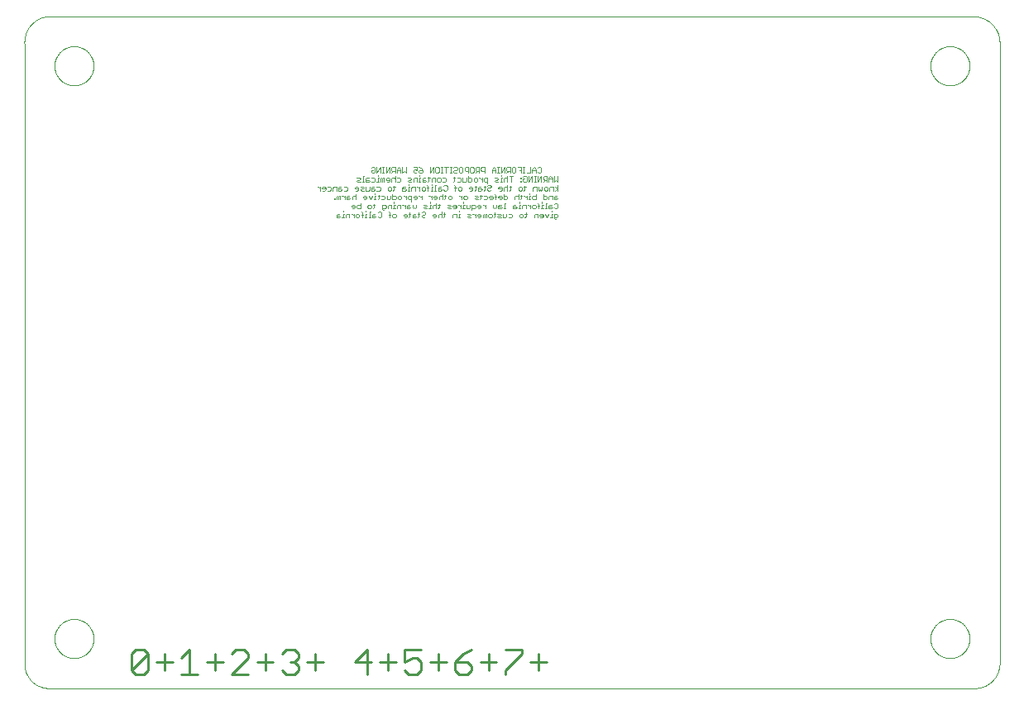
<source format=gbo>
G75*
%MOIN*%
%OFA0B0*%
%FSLAX25Y25*%
%IPPOS*%
%LPD*%
%AMOC8*
5,1,8,0,0,1.08239X$1,22.5*
%
%ADD10C,0.01100*%
%ADD11C,0.00000*%
%ADD12C,0.00200*%
D10*
X0048050Y0012201D02*
X0049701Y0010550D01*
X0053004Y0010550D01*
X0054656Y0012201D01*
X0054656Y0018807D01*
X0048050Y0012201D01*
X0048050Y0018807D01*
X0049701Y0020458D01*
X0053004Y0020458D01*
X0054656Y0018807D01*
X0058179Y0015504D02*
X0064784Y0015504D01*
X0068307Y0017156D02*
X0071610Y0020458D01*
X0071610Y0010550D01*
X0068307Y0010550D02*
X0074913Y0010550D01*
X0078436Y0015504D02*
X0085042Y0015504D01*
X0081739Y0018807D02*
X0081739Y0012201D01*
X0088565Y0010550D02*
X0095170Y0017156D01*
X0095170Y0018807D01*
X0093519Y0020458D01*
X0090216Y0020458D01*
X0088565Y0018807D01*
X0088565Y0010550D02*
X0095170Y0010550D01*
X0098693Y0015504D02*
X0105299Y0015504D01*
X0101996Y0018807D02*
X0101996Y0012201D01*
X0108822Y0012201D02*
X0110473Y0010550D01*
X0113776Y0010550D01*
X0115428Y0012201D01*
X0115428Y0013853D01*
X0113776Y0015504D01*
X0112125Y0015504D01*
X0113776Y0015504D02*
X0115428Y0017156D01*
X0115428Y0018807D01*
X0113776Y0020458D01*
X0110473Y0020458D01*
X0108822Y0018807D01*
X0118951Y0015504D02*
X0125556Y0015504D01*
X0122253Y0018807D02*
X0122253Y0012201D01*
X0138050Y0015504D02*
X0144656Y0015504D01*
X0148179Y0015504D02*
X0154784Y0015504D01*
X0158307Y0015504D02*
X0158307Y0020458D01*
X0164913Y0020458D01*
X0163262Y0017156D02*
X0164913Y0015504D01*
X0164913Y0012201D01*
X0163262Y0010550D01*
X0159959Y0010550D01*
X0158307Y0012201D01*
X0158307Y0015504D02*
X0161610Y0017156D01*
X0163262Y0017156D01*
X0168436Y0015504D02*
X0175042Y0015504D01*
X0178565Y0015504D02*
X0178565Y0012201D01*
X0180216Y0010550D01*
X0183519Y0010550D01*
X0185170Y0012201D01*
X0185170Y0013853D01*
X0183519Y0015504D01*
X0178565Y0015504D01*
X0181867Y0018807D01*
X0185170Y0020458D01*
X0188693Y0015504D02*
X0195299Y0015504D01*
X0191996Y0018807D02*
X0191996Y0012201D01*
X0198822Y0012201D02*
X0198822Y0010550D01*
X0198822Y0012201D02*
X0205428Y0018807D01*
X0205428Y0020458D01*
X0198822Y0020458D01*
X0208951Y0015504D02*
X0215556Y0015504D01*
X0212253Y0018807D02*
X0212253Y0012201D01*
X0171739Y0012201D02*
X0171739Y0018807D01*
X0151481Y0018807D02*
X0151481Y0012201D01*
X0143004Y0010550D02*
X0143004Y0020458D01*
X0138050Y0015504D01*
X0061481Y0018807D02*
X0061481Y0012201D01*
D11*
X0032559Y0005000D02*
X0014843Y0005000D01*
X0014605Y0005003D01*
X0014367Y0005011D01*
X0014130Y0005026D01*
X0013893Y0005046D01*
X0013657Y0005072D01*
X0013421Y0005103D01*
X0013186Y0005140D01*
X0012952Y0005183D01*
X0012719Y0005232D01*
X0012487Y0005286D01*
X0012257Y0005346D01*
X0012028Y0005411D01*
X0011801Y0005482D01*
X0011576Y0005558D01*
X0011353Y0005640D01*
X0011131Y0005727D01*
X0010912Y0005819D01*
X0010695Y0005917D01*
X0010481Y0006019D01*
X0010269Y0006127D01*
X0010059Y0006241D01*
X0009853Y0006359D01*
X0009649Y0006482D01*
X0009449Y0006610D01*
X0009252Y0006742D01*
X0009057Y0006880D01*
X0008867Y0007022D01*
X0008679Y0007169D01*
X0008496Y0007320D01*
X0008316Y0007475D01*
X0008140Y0007635D01*
X0007968Y0007799D01*
X0007799Y0007968D01*
X0007635Y0008140D01*
X0007475Y0008316D01*
X0007320Y0008496D01*
X0007169Y0008679D01*
X0007022Y0008867D01*
X0006880Y0009057D01*
X0006742Y0009252D01*
X0006610Y0009449D01*
X0006482Y0009649D01*
X0006359Y0009853D01*
X0006241Y0010059D01*
X0006127Y0010269D01*
X0006019Y0010481D01*
X0005917Y0010695D01*
X0005819Y0010912D01*
X0005727Y0011131D01*
X0005640Y0011353D01*
X0005558Y0011576D01*
X0005482Y0011801D01*
X0005411Y0012028D01*
X0005346Y0012257D01*
X0005286Y0012487D01*
X0005232Y0012719D01*
X0005183Y0012952D01*
X0005140Y0013186D01*
X0005103Y0013421D01*
X0005072Y0013657D01*
X0005046Y0013893D01*
X0005026Y0014130D01*
X0005011Y0014367D01*
X0005003Y0014605D01*
X0005000Y0014843D01*
X0005000Y0036500D01*
X0005000Y0265000D01*
X0004989Y0265252D01*
X0004984Y0265504D01*
X0004986Y0265757D01*
X0004993Y0266009D01*
X0005006Y0266261D01*
X0005026Y0266512D01*
X0005051Y0266763D01*
X0005083Y0267013D01*
X0005121Y0267263D01*
X0005164Y0267511D01*
X0005214Y0267758D01*
X0005270Y0268004D01*
X0005331Y0268249D01*
X0005399Y0268492D01*
X0005472Y0268733D01*
X0005551Y0268973D01*
X0005636Y0269210D01*
X0005727Y0269446D01*
X0005823Y0269679D01*
X0005925Y0269909D01*
X0006032Y0270138D01*
X0006145Y0270363D01*
X0006263Y0270586D01*
X0006387Y0270806D01*
X0006516Y0271022D01*
X0006650Y0271236D01*
X0006789Y0271446D01*
X0006934Y0271653D01*
X0007083Y0271857D01*
X0007237Y0272056D01*
X0007396Y0272252D01*
X0007560Y0272444D01*
X0007728Y0272632D01*
X0007900Y0272816D01*
X0008077Y0272995D01*
X0008259Y0273171D01*
X0008444Y0273342D01*
X0008634Y0273508D01*
X0008828Y0273670D01*
X0009025Y0273827D01*
X0009226Y0273979D01*
X0009431Y0274126D01*
X0009639Y0274268D01*
X0009851Y0274405D01*
X0010066Y0274537D01*
X0010284Y0274664D01*
X0010505Y0274786D01*
X0010729Y0274902D01*
X0010955Y0275012D01*
X0011185Y0275118D01*
X0011416Y0275217D01*
X0011650Y0275311D01*
X0011887Y0275399D01*
X0012125Y0275482D01*
X0012365Y0275559D01*
X0012607Y0275630D01*
X0012851Y0275695D01*
X0013096Y0275754D01*
X0013343Y0275807D01*
X0013590Y0275854D01*
X0013839Y0275895D01*
X0014089Y0275931D01*
X0014339Y0275960D01*
X0014591Y0275983D01*
X0014842Y0276000D01*
X0014843Y0276000D02*
X0064055Y0276000D01*
X0387598Y0276000D01*
X0387857Y0275989D01*
X0388115Y0275973D01*
X0388372Y0275950D01*
X0388630Y0275921D01*
X0388886Y0275886D01*
X0389141Y0275844D01*
X0389395Y0275797D01*
X0389648Y0275743D01*
X0389900Y0275683D01*
X0390150Y0275617D01*
X0390399Y0275545D01*
X0390646Y0275467D01*
X0390890Y0275384D01*
X0391133Y0275294D01*
X0391373Y0275198D01*
X0391611Y0275097D01*
X0391847Y0274990D01*
X0392080Y0274877D01*
X0392310Y0274759D01*
X0392537Y0274635D01*
X0392761Y0274506D01*
X0392982Y0274371D01*
X0393199Y0274231D01*
X0393413Y0274086D01*
X0393624Y0273936D01*
X0393831Y0273780D01*
X0394034Y0273620D01*
X0394233Y0273455D01*
X0394428Y0273285D01*
X0394619Y0273110D01*
X0394805Y0272931D01*
X0394988Y0272748D01*
X0395165Y0272560D01*
X0395339Y0272367D01*
X0395507Y0272171D01*
X0395671Y0271971D01*
X0395829Y0271766D01*
X0395983Y0271558D01*
X0396132Y0271347D01*
X0396276Y0271132D01*
X0396414Y0270913D01*
X0396547Y0270691D01*
X0396674Y0270466D01*
X0396797Y0270238D01*
X0396913Y0270007D01*
X0397024Y0269773D01*
X0397129Y0269537D01*
X0397229Y0269298D01*
X0397323Y0269057D01*
X0397411Y0268814D01*
X0397493Y0268568D01*
X0397569Y0268321D01*
X0397639Y0268072D01*
X0397703Y0267822D01*
X0397760Y0267569D01*
X0397812Y0267316D01*
X0397858Y0267061D01*
X0397897Y0266806D01*
X0397931Y0266549D01*
X0397958Y0266292D01*
X0397979Y0266034D01*
X0397993Y0265776D01*
X0398002Y0265517D01*
X0398004Y0265259D01*
X0398000Y0265000D01*
X0398000Y0243000D01*
X0398000Y0014843D01*
X0398000Y0014842D02*
X0397990Y0014598D01*
X0397975Y0014354D01*
X0397953Y0014110D01*
X0397926Y0013867D01*
X0397893Y0013624D01*
X0397854Y0013383D01*
X0397809Y0013142D01*
X0397758Y0012903D01*
X0397701Y0012665D01*
X0397639Y0012428D01*
X0397571Y0012193D01*
X0397498Y0011960D01*
X0397418Y0011728D01*
X0397334Y0011499D01*
X0397243Y0011271D01*
X0397147Y0011046D01*
X0397046Y0010823D01*
X0396940Y0010603D01*
X0396828Y0010385D01*
X0396711Y0010170D01*
X0396589Y0009958D01*
X0396461Y0009749D01*
X0396329Y0009544D01*
X0396192Y0009341D01*
X0396050Y0009142D01*
X0395903Y0008946D01*
X0395751Y0008754D01*
X0395595Y0008566D01*
X0395434Y0008381D01*
X0395269Y0008201D01*
X0395100Y0008024D01*
X0394926Y0007852D01*
X0394748Y0007683D01*
X0394567Y0007519D01*
X0394381Y0007360D01*
X0394191Y0007205D01*
X0393998Y0007055D01*
X0393802Y0006909D01*
X0393601Y0006769D01*
X0393398Y0006633D01*
X0393191Y0006502D01*
X0392981Y0006376D01*
X0392769Y0006255D01*
X0392553Y0006140D01*
X0392334Y0006029D01*
X0392113Y0005924D01*
X0391890Y0005825D01*
X0391664Y0005730D01*
X0391436Y0005642D01*
X0391206Y0005558D01*
X0390974Y0005481D01*
X0390740Y0005409D01*
X0390504Y0005343D01*
X0390267Y0005282D01*
X0390029Y0005227D01*
X0389789Y0005178D01*
X0389548Y0005135D01*
X0389307Y0005097D01*
X0389064Y0005066D01*
X0388821Y0005040D01*
X0388577Y0005020D01*
X0388332Y0005006D01*
X0388088Y0004998D01*
X0387843Y0004996D01*
X0387598Y0005000D01*
X0032559Y0005000D01*
X0017126Y0025000D02*
X0017128Y0025193D01*
X0017135Y0025386D01*
X0017147Y0025579D01*
X0017164Y0025772D01*
X0017185Y0025964D01*
X0017211Y0026155D01*
X0017242Y0026346D01*
X0017277Y0026536D01*
X0017317Y0026725D01*
X0017362Y0026913D01*
X0017411Y0027100D01*
X0017465Y0027286D01*
X0017523Y0027470D01*
X0017586Y0027653D01*
X0017654Y0027834D01*
X0017725Y0028013D01*
X0017802Y0028191D01*
X0017882Y0028367D01*
X0017967Y0028540D01*
X0018056Y0028712D01*
X0018149Y0028881D01*
X0018246Y0029048D01*
X0018348Y0029213D01*
X0018453Y0029375D01*
X0018562Y0029534D01*
X0018676Y0029691D01*
X0018793Y0029844D01*
X0018913Y0029995D01*
X0019038Y0030143D01*
X0019166Y0030288D01*
X0019297Y0030429D01*
X0019432Y0030568D01*
X0019571Y0030703D01*
X0019712Y0030834D01*
X0019857Y0030962D01*
X0020005Y0031087D01*
X0020156Y0031207D01*
X0020309Y0031324D01*
X0020466Y0031438D01*
X0020625Y0031547D01*
X0020787Y0031652D01*
X0020952Y0031754D01*
X0021119Y0031851D01*
X0021288Y0031944D01*
X0021460Y0032033D01*
X0021633Y0032118D01*
X0021809Y0032198D01*
X0021987Y0032275D01*
X0022166Y0032346D01*
X0022347Y0032414D01*
X0022530Y0032477D01*
X0022714Y0032535D01*
X0022900Y0032589D01*
X0023087Y0032638D01*
X0023275Y0032683D01*
X0023464Y0032723D01*
X0023654Y0032758D01*
X0023845Y0032789D01*
X0024036Y0032815D01*
X0024228Y0032836D01*
X0024421Y0032853D01*
X0024614Y0032865D01*
X0024807Y0032872D01*
X0025000Y0032874D01*
X0025193Y0032872D01*
X0025386Y0032865D01*
X0025579Y0032853D01*
X0025772Y0032836D01*
X0025964Y0032815D01*
X0026155Y0032789D01*
X0026346Y0032758D01*
X0026536Y0032723D01*
X0026725Y0032683D01*
X0026913Y0032638D01*
X0027100Y0032589D01*
X0027286Y0032535D01*
X0027470Y0032477D01*
X0027653Y0032414D01*
X0027834Y0032346D01*
X0028013Y0032275D01*
X0028191Y0032198D01*
X0028367Y0032118D01*
X0028540Y0032033D01*
X0028712Y0031944D01*
X0028881Y0031851D01*
X0029048Y0031754D01*
X0029213Y0031652D01*
X0029375Y0031547D01*
X0029534Y0031438D01*
X0029691Y0031324D01*
X0029844Y0031207D01*
X0029995Y0031087D01*
X0030143Y0030962D01*
X0030288Y0030834D01*
X0030429Y0030703D01*
X0030568Y0030568D01*
X0030703Y0030429D01*
X0030834Y0030288D01*
X0030962Y0030143D01*
X0031087Y0029995D01*
X0031207Y0029844D01*
X0031324Y0029691D01*
X0031438Y0029534D01*
X0031547Y0029375D01*
X0031652Y0029213D01*
X0031754Y0029048D01*
X0031851Y0028881D01*
X0031944Y0028712D01*
X0032033Y0028540D01*
X0032118Y0028367D01*
X0032198Y0028191D01*
X0032275Y0028013D01*
X0032346Y0027834D01*
X0032414Y0027653D01*
X0032477Y0027470D01*
X0032535Y0027286D01*
X0032589Y0027100D01*
X0032638Y0026913D01*
X0032683Y0026725D01*
X0032723Y0026536D01*
X0032758Y0026346D01*
X0032789Y0026155D01*
X0032815Y0025964D01*
X0032836Y0025772D01*
X0032853Y0025579D01*
X0032865Y0025386D01*
X0032872Y0025193D01*
X0032874Y0025000D01*
X0032872Y0024807D01*
X0032865Y0024614D01*
X0032853Y0024421D01*
X0032836Y0024228D01*
X0032815Y0024036D01*
X0032789Y0023845D01*
X0032758Y0023654D01*
X0032723Y0023464D01*
X0032683Y0023275D01*
X0032638Y0023087D01*
X0032589Y0022900D01*
X0032535Y0022714D01*
X0032477Y0022530D01*
X0032414Y0022347D01*
X0032346Y0022166D01*
X0032275Y0021987D01*
X0032198Y0021809D01*
X0032118Y0021633D01*
X0032033Y0021460D01*
X0031944Y0021288D01*
X0031851Y0021119D01*
X0031754Y0020952D01*
X0031652Y0020787D01*
X0031547Y0020625D01*
X0031438Y0020466D01*
X0031324Y0020309D01*
X0031207Y0020156D01*
X0031087Y0020005D01*
X0030962Y0019857D01*
X0030834Y0019712D01*
X0030703Y0019571D01*
X0030568Y0019432D01*
X0030429Y0019297D01*
X0030288Y0019166D01*
X0030143Y0019038D01*
X0029995Y0018913D01*
X0029844Y0018793D01*
X0029691Y0018676D01*
X0029534Y0018562D01*
X0029375Y0018453D01*
X0029213Y0018348D01*
X0029048Y0018246D01*
X0028881Y0018149D01*
X0028712Y0018056D01*
X0028540Y0017967D01*
X0028367Y0017882D01*
X0028191Y0017802D01*
X0028013Y0017725D01*
X0027834Y0017654D01*
X0027653Y0017586D01*
X0027470Y0017523D01*
X0027286Y0017465D01*
X0027100Y0017411D01*
X0026913Y0017362D01*
X0026725Y0017317D01*
X0026536Y0017277D01*
X0026346Y0017242D01*
X0026155Y0017211D01*
X0025964Y0017185D01*
X0025772Y0017164D01*
X0025579Y0017147D01*
X0025386Y0017135D01*
X0025193Y0017128D01*
X0025000Y0017126D01*
X0024807Y0017128D01*
X0024614Y0017135D01*
X0024421Y0017147D01*
X0024228Y0017164D01*
X0024036Y0017185D01*
X0023845Y0017211D01*
X0023654Y0017242D01*
X0023464Y0017277D01*
X0023275Y0017317D01*
X0023087Y0017362D01*
X0022900Y0017411D01*
X0022714Y0017465D01*
X0022530Y0017523D01*
X0022347Y0017586D01*
X0022166Y0017654D01*
X0021987Y0017725D01*
X0021809Y0017802D01*
X0021633Y0017882D01*
X0021460Y0017967D01*
X0021288Y0018056D01*
X0021119Y0018149D01*
X0020952Y0018246D01*
X0020787Y0018348D01*
X0020625Y0018453D01*
X0020466Y0018562D01*
X0020309Y0018676D01*
X0020156Y0018793D01*
X0020005Y0018913D01*
X0019857Y0019038D01*
X0019712Y0019166D01*
X0019571Y0019297D01*
X0019432Y0019432D01*
X0019297Y0019571D01*
X0019166Y0019712D01*
X0019038Y0019857D01*
X0018913Y0020005D01*
X0018793Y0020156D01*
X0018676Y0020309D01*
X0018562Y0020466D01*
X0018453Y0020625D01*
X0018348Y0020787D01*
X0018246Y0020952D01*
X0018149Y0021119D01*
X0018056Y0021288D01*
X0017967Y0021460D01*
X0017882Y0021633D01*
X0017802Y0021809D01*
X0017725Y0021987D01*
X0017654Y0022166D01*
X0017586Y0022347D01*
X0017523Y0022530D01*
X0017465Y0022714D01*
X0017411Y0022900D01*
X0017362Y0023087D01*
X0017317Y0023275D01*
X0017277Y0023464D01*
X0017242Y0023654D01*
X0017211Y0023845D01*
X0017185Y0024036D01*
X0017164Y0024228D01*
X0017147Y0024421D01*
X0017135Y0024614D01*
X0017128Y0024807D01*
X0017126Y0025000D01*
X0017126Y0256000D02*
X0017128Y0256193D01*
X0017135Y0256386D01*
X0017147Y0256579D01*
X0017164Y0256772D01*
X0017185Y0256964D01*
X0017211Y0257155D01*
X0017242Y0257346D01*
X0017277Y0257536D01*
X0017317Y0257725D01*
X0017362Y0257913D01*
X0017411Y0258100D01*
X0017465Y0258286D01*
X0017523Y0258470D01*
X0017586Y0258653D01*
X0017654Y0258834D01*
X0017725Y0259013D01*
X0017802Y0259191D01*
X0017882Y0259367D01*
X0017967Y0259540D01*
X0018056Y0259712D01*
X0018149Y0259881D01*
X0018246Y0260048D01*
X0018348Y0260213D01*
X0018453Y0260375D01*
X0018562Y0260534D01*
X0018676Y0260691D01*
X0018793Y0260844D01*
X0018913Y0260995D01*
X0019038Y0261143D01*
X0019166Y0261288D01*
X0019297Y0261429D01*
X0019432Y0261568D01*
X0019571Y0261703D01*
X0019712Y0261834D01*
X0019857Y0261962D01*
X0020005Y0262087D01*
X0020156Y0262207D01*
X0020309Y0262324D01*
X0020466Y0262438D01*
X0020625Y0262547D01*
X0020787Y0262652D01*
X0020952Y0262754D01*
X0021119Y0262851D01*
X0021288Y0262944D01*
X0021460Y0263033D01*
X0021633Y0263118D01*
X0021809Y0263198D01*
X0021987Y0263275D01*
X0022166Y0263346D01*
X0022347Y0263414D01*
X0022530Y0263477D01*
X0022714Y0263535D01*
X0022900Y0263589D01*
X0023087Y0263638D01*
X0023275Y0263683D01*
X0023464Y0263723D01*
X0023654Y0263758D01*
X0023845Y0263789D01*
X0024036Y0263815D01*
X0024228Y0263836D01*
X0024421Y0263853D01*
X0024614Y0263865D01*
X0024807Y0263872D01*
X0025000Y0263874D01*
X0025193Y0263872D01*
X0025386Y0263865D01*
X0025579Y0263853D01*
X0025772Y0263836D01*
X0025964Y0263815D01*
X0026155Y0263789D01*
X0026346Y0263758D01*
X0026536Y0263723D01*
X0026725Y0263683D01*
X0026913Y0263638D01*
X0027100Y0263589D01*
X0027286Y0263535D01*
X0027470Y0263477D01*
X0027653Y0263414D01*
X0027834Y0263346D01*
X0028013Y0263275D01*
X0028191Y0263198D01*
X0028367Y0263118D01*
X0028540Y0263033D01*
X0028712Y0262944D01*
X0028881Y0262851D01*
X0029048Y0262754D01*
X0029213Y0262652D01*
X0029375Y0262547D01*
X0029534Y0262438D01*
X0029691Y0262324D01*
X0029844Y0262207D01*
X0029995Y0262087D01*
X0030143Y0261962D01*
X0030288Y0261834D01*
X0030429Y0261703D01*
X0030568Y0261568D01*
X0030703Y0261429D01*
X0030834Y0261288D01*
X0030962Y0261143D01*
X0031087Y0260995D01*
X0031207Y0260844D01*
X0031324Y0260691D01*
X0031438Y0260534D01*
X0031547Y0260375D01*
X0031652Y0260213D01*
X0031754Y0260048D01*
X0031851Y0259881D01*
X0031944Y0259712D01*
X0032033Y0259540D01*
X0032118Y0259367D01*
X0032198Y0259191D01*
X0032275Y0259013D01*
X0032346Y0258834D01*
X0032414Y0258653D01*
X0032477Y0258470D01*
X0032535Y0258286D01*
X0032589Y0258100D01*
X0032638Y0257913D01*
X0032683Y0257725D01*
X0032723Y0257536D01*
X0032758Y0257346D01*
X0032789Y0257155D01*
X0032815Y0256964D01*
X0032836Y0256772D01*
X0032853Y0256579D01*
X0032865Y0256386D01*
X0032872Y0256193D01*
X0032874Y0256000D01*
X0032872Y0255807D01*
X0032865Y0255614D01*
X0032853Y0255421D01*
X0032836Y0255228D01*
X0032815Y0255036D01*
X0032789Y0254845D01*
X0032758Y0254654D01*
X0032723Y0254464D01*
X0032683Y0254275D01*
X0032638Y0254087D01*
X0032589Y0253900D01*
X0032535Y0253714D01*
X0032477Y0253530D01*
X0032414Y0253347D01*
X0032346Y0253166D01*
X0032275Y0252987D01*
X0032198Y0252809D01*
X0032118Y0252633D01*
X0032033Y0252460D01*
X0031944Y0252288D01*
X0031851Y0252119D01*
X0031754Y0251952D01*
X0031652Y0251787D01*
X0031547Y0251625D01*
X0031438Y0251466D01*
X0031324Y0251309D01*
X0031207Y0251156D01*
X0031087Y0251005D01*
X0030962Y0250857D01*
X0030834Y0250712D01*
X0030703Y0250571D01*
X0030568Y0250432D01*
X0030429Y0250297D01*
X0030288Y0250166D01*
X0030143Y0250038D01*
X0029995Y0249913D01*
X0029844Y0249793D01*
X0029691Y0249676D01*
X0029534Y0249562D01*
X0029375Y0249453D01*
X0029213Y0249348D01*
X0029048Y0249246D01*
X0028881Y0249149D01*
X0028712Y0249056D01*
X0028540Y0248967D01*
X0028367Y0248882D01*
X0028191Y0248802D01*
X0028013Y0248725D01*
X0027834Y0248654D01*
X0027653Y0248586D01*
X0027470Y0248523D01*
X0027286Y0248465D01*
X0027100Y0248411D01*
X0026913Y0248362D01*
X0026725Y0248317D01*
X0026536Y0248277D01*
X0026346Y0248242D01*
X0026155Y0248211D01*
X0025964Y0248185D01*
X0025772Y0248164D01*
X0025579Y0248147D01*
X0025386Y0248135D01*
X0025193Y0248128D01*
X0025000Y0248126D01*
X0024807Y0248128D01*
X0024614Y0248135D01*
X0024421Y0248147D01*
X0024228Y0248164D01*
X0024036Y0248185D01*
X0023845Y0248211D01*
X0023654Y0248242D01*
X0023464Y0248277D01*
X0023275Y0248317D01*
X0023087Y0248362D01*
X0022900Y0248411D01*
X0022714Y0248465D01*
X0022530Y0248523D01*
X0022347Y0248586D01*
X0022166Y0248654D01*
X0021987Y0248725D01*
X0021809Y0248802D01*
X0021633Y0248882D01*
X0021460Y0248967D01*
X0021288Y0249056D01*
X0021119Y0249149D01*
X0020952Y0249246D01*
X0020787Y0249348D01*
X0020625Y0249453D01*
X0020466Y0249562D01*
X0020309Y0249676D01*
X0020156Y0249793D01*
X0020005Y0249913D01*
X0019857Y0250038D01*
X0019712Y0250166D01*
X0019571Y0250297D01*
X0019432Y0250432D01*
X0019297Y0250571D01*
X0019166Y0250712D01*
X0019038Y0250857D01*
X0018913Y0251005D01*
X0018793Y0251156D01*
X0018676Y0251309D01*
X0018562Y0251466D01*
X0018453Y0251625D01*
X0018348Y0251787D01*
X0018246Y0251952D01*
X0018149Y0252119D01*
X0018056Y0252288D01*
X0017967Y0252460D01*
X0017882Y0252633D01*
X0017802Y0252809D01*
X0017725Y0252987D01*
X0017654Y0253166D01*
X0017586Y0253347D01*
X0017523Y0253530D01*
X0017465Y0253714D01*
X0017411Y0253900D01*
X0017362Y0254087D01*
X0017317Y0254275D01*
X0017277Y0254464D01*
X0017242Y0254654D01*
X0017211Y0254845D01*
X0017185Y0255036D01*
X0017164Y0255228D01*
X0017147Y0255421D01*
X0017135Y0255614D01*
X0017128Y0255807D01*
X0017126Y0256000D01*
X0370126Y0256000D02*
X0370128Y0256193D01*
X0370135Y0256386D01*
X0370147Y0256579D01*
X0370164Y0256772D01*
X0370185Y0256964D01*
X0370211Y0257155D01*
X0370242Y0257346D01*
X0370277Y0257536D01*
X0370317Y0257725D01*
X0370362Y0257913D01*
X0370411Y0258100D01*
X0370465Y0258286D01*
X0370523Y0258470D01*
X0370586Y0258653D01*
X0370654Y0258834D01*
X0370725Y0259013D01*
X0370802Y0259191D01*
X0370882Y0259367D01*
X0370967Y0259540D01*
X0371056Y0259712D01*
X0371149Y0259881D01*
X0371246Y0260048D01*
X0371348Y0260213D01*
X0371453Y0260375D01*
X0371562Y0260534D01*
X0371676Y0260691D01*
X0371793Y0260844D01*
X0371913Y0260995D01*
X0372038Y0261143D01*
X0372166Y0261288D01*
X0372297Y0261429D01*
X0372432Y0261568D01*
X0372571Y0261703D01*
X0372712Y0261834D01*
X0372857Y0261962D01*
X0373005Y0262087D01*
X0373156Y0262207D01*
X0373309Y0262324D01*
X0373466Y0262438D01*
X0373625Y0262547D01*
X0373787Y0262652D01*
X0373952Y0262754D01*
X0374119Y0262851D01*
X0374288Y0262944D01*
X0374460Y0263033D01*
X0374633Y0263118D01*
X0374809Y0263198D01*
X0374987Y0263275D01*
X0375166Y0263346D01*
X0375347Y0263414D01*
X0375530Y0263477D01*
X0375714Y0263535D01*
X0375900Y0263589D01*
X0376087Y0263638D01*
X0376275Y0263683D01*
X0376464Y0263723D01*
X0376654Y0263758D01*
X0376845Y0263789D01*
X0377036Y0263815D01*
X0377228Y0263836D01*
X0377421Y0263853D01*
X0377614Y0263865D01*
X0377807Y0263872D01*
X0378000Y0263874D01*
X0378193Y0263872D01*
X0378386Y0263865D01*
X0378579Y0263853D01*
X0378772Y0263836D01*
X0378964Y0263815D01*
X0379155Y0263789D01*
X0379346Y0263758D01*
X0379536Y0263723D01*
X0379725Y0263683D01*
X0379913Y0263638D01*
X0380100Y0263589D01*
X0380286Y0263535D01*
X0380470Y0263477D01*
X0380653Y0263414D01*
X0380834Y0263346D01*
X0381013Y0263275D01*
X0381191Y0263198D01*
X0381367Y0263118D01*
X0381540Y0263033D01*
X0381712Y0262944D01*
X0381881Y0262851D01*
X0382048Y0262754D01*
X0382213Y0262652D01*
X0382375Y0262547D01*
X0382534Y0262438D01*
X0382691Y0262324D01*
X0382844Y0262207D01*
X0382995Y0262087D01*
X0383143Y0261962D01*
X0383288Y0261834D01*
X0383429Y0261703D01*
X0383568Y0261568D01*
X0383703Y0261429D01*
X0383834Y0261288D01*
X0383962Y0261143D01*
X0384087Y0260995D01*
X0384207Y0260844D01*
X0384324Y0260691D01*
X0384438Y0260534D01*
X0384547Y0260375D01*
X0384652Y0260213D01*
X0384754Y0260048D01*
X0384851Y0259881D01*
X0384944Y0259712D01*
X0385033Y0259540D01*
X0385118Y0259367D01*
X0385198Y0259191D01*
X0385275Y0259013D01*
X0385346Y0258834D01*
X0385414Y0258653D01*
X0385477Y0258470D01*
X0385535Y0258286D01*
X0385589Y0258100D01*
X0385638Y0257913D01*
X0385683Y0257725D01*
X0385723Y0257536D01*
X0385758Y0257346D01*
X0385789Y0257155D01*
X0385815Y0256964D01*
X0385836Y0256772D01*
X0385853Y0256579D01*
X0385865Y0256386D01*
X0385872Y0256193D01*
X0385874Y0256000D01*
X0385872Y0255807D01*
X0385865Y0255614D01*
X0385853Y0255421D01*
X0385836Y0255228D01*
X0385815Y0255036D01*
X0385789Y0254845D01*
X0385758Y0254654D01*
X0385723Y0254464D01*
X0385683Y0254275D01*
X0385638Y0254087D01*
X0385589Y0253900D01*
X0385535Y0253714D01*
X0385477Y0253530D01*
X0385414Y0253347D01*
X0385346Y0253166D01*
X0385275Y0252987D01*
X0385198Y0252809D01*
X0385118Y0252633D01*
X0385033Y0252460D01*
X0384944Y0252288D01*
X0384851Y0252119D01*
X0384754Y0251952D01*
X0384652Y0251787D01*
X0384547Y0251625D01*
X0384438Y0251466D01*
X0384324Y0251309D01*
X0384207Y0251156D01*
X0384087Y0251005D01*
X0383962Y0250857D01*
X0383834Y0250712D01*
X0383703Y0250571D01*
X0383568Y0250432D01*
X0383429Y0250297D01*
X0383288Y0250166D01*
X0383143Y0250038D01*
X0382995Y0249913D01*
X0382844Y0249793D01*
X0382691Y0249676D01*
X0382534Y0249562D01*
X0382375Y0249453D01*
X0382213Y0249348D01*
X0382048Y0249246D01*
X0381881Y0249149D01*
X0381712Y0249056D01*
X0381540Y0248967D01*
X0381367Y0248882D01*
X0381191Y0248802D01*
X0381013Y0248725D01*
X0380834Y0248654D01*
X0380653Y0248586D01*
X0380470Y0248523D01*
X0380286Y0248465D01*
X0380100Y0248411D01*
X0379913Y0248362D01*
X0379725Y0248317D01*
X0379536Y0248277D01*
X0379346Y0248242D01*
X0379155Y0248211D01*
X0378964Y0248185D01*
X0378772Y0248164D01*
X0378579Y0248147D01*
X0378386Y0248135D01*
X0378193Y0248128D01*
X0378000Y0248126D01*
X0377807Y0248128D01*
X0377614Y0248135D01*
X0377421Y0248147D01*
X0377228Y0248164D01*
X0377036Y0248185D01*
X0376845Y0248211D01*
X0376654Y0248242D01*
X0376464Y0248277D01*
X0376275Y0248317D01*
X0376087Y0248362D01*
X0375900Y0248411D01*
X0375714Y0248465D01*
X0375530Y0248523D01*
X0375347Y0248586D01*
X0375166Y0248654D01*
X0374987Y0248725D01*
X0374809Y0248802D01*
X0374633Y0248882D01*
X0374460Y0248967D01*
X0374288Y0249056D01*
X0374119Y0249149D01*
X0373952Y0249246D01*
X0373787Y0249348D01*
X0373625Y0249453D01*
X0373466Y0249562D01*
X0373309Y0249676D01*
X0373156Y0249793D01*
X0373005Y0249913D01*
X0372857Y0250038D01*
X0372712Y0250166D01*
X0372571Y0250297D01*
X0372432Y0250432D01*
X0372297Y0250571D01*
X0372166Y0250712D01*
X0372038Y0250857D01*
X0371913Y0251005D01*
X0371793Y0251156D01*
X0371676Y0251309D01*
X0371562Y0251466D01*
X0371453Y0251625D01*
X0371348Y0251787D01*
X0371246Y0251952D01*
X0371149Y0252119D01*
X0371056Y0252288D01*
X0370967Y0252460D01*
X0370882Y0252633D01*
X0370802Y0252809D01*
X0370725Y0252987D01*
X0370654Y0253166D01*
X0370586Y0253347D01*
X0370523Y0253530D01*
X0370465Y0253714D01*
X0370411Y0253900D01*
X0370362Y0254087D01*
X0370317Y0254275D01*
X0370277Y0254464D01*
X0370242Y0254654D01*
X0370211Y0254845D01*
X0370185Y0255036D01*
X0370164Y0255228D01*
X0370147Y0255421D01*
X0370135Y0255614D01*
X0370128Y0255807D01*
X0370126Y0256000D01*
X0370126Y0025000D02*
X0370128Y0025193D01*
X0370135Y0025386D01*
X0370147Y0025579D01*
X0370164Y0025772D01*
X0370185Y0025964D01*
X0370211Y0026155D01*
X0370242Y0026346D01*
X0370277Y0026536D01*
X0370317Y0026725D01*
X0370362Y0026913D01*
X0370411Y0027100D01*
X0370465Y0027286D01*
X0370523Y0027470D01*
X0370586Y0027653D01*
X0370654Y0027834D01*
X0370725Y0028013D01*
X0370802Y0028191D01*
X0370882Y0028367D01*
X0370967Y0028540D01*
X0371056Y0028712D01*
X0371149Y0028881D01*
X0371246Y0029048D01*
X0371348Y0029213D01*
X0371453Y0029375D01*
X0371562Y0029534D01*
X0371676Y0029691D01*
X0371793Y0029844D01*
X0371913Y0029995D01*
X0372038Y0030143D01*
X0372166Y0030288D01*
X0372297Y0030429D01*
X0372432Y0030568D01*
X0372571Y0030703D01*
X0372712Y0030834D01*
X0372857Y0030962D01*
X0373005Y0031087D01*
X0373156Y0031207D01*
X0373309Y0031324D01*
X0373466Y0031438D01*
X0373625Y0031547D01*
X0373787Y0031652D01*
X0373952Y0031754D01*
X0374119Y0031851D01*
X0374288Y0031944D01*
X0374460Y0032033D01*
X0374633Y0032118D01*
X0374809Y0032198D01*
X0374987Y0032275D01*
X0375166Y0032346D01*
X0375347Y0032414D01*
X0375530Y0032477D01*
X0375714Y0032535D01*
X0375900Y0032589D01*
X0376087Y0032638D01*
X0376275Y0032683D01*
X0376464Y0032723D01*
X0376654Y0032758D01*
X0376845Y0032789D01*
X0377036Y0032815D01*
X0377228Y0032836D01*
X0377421Y0032853D01*
X0377614Y0032865D01*
X0377807Y0032872D01*
X0378000Y0032874D01*
X0378193Y0032872D01*
X0378386Y0032865D01*
X0378579Y0032853D01*
X0378772Y0032836D01*
X0378964Y0032815D01*
X0379155Y0032789D01*
X0379346Y0032758D01*
X0379536Y0032723D01*
X0379725Y0032683D01*
X0379913Y0032638D01*
X0380100Y0032589D01*
X0380286Y0032535D01*
X0380470Y0032477D01*
X0380653Y0032414D01*
X0380834Y0032346D01*
X0381013Y0032275D01*
X0381191Y0032198D01*
X0381367Y0032118D01*
X0381540Y0032033D01*
X0381712Y0031944D01*
X0381881Y0031851D01*
X0382048Y0031754D01*
X0382213Y0031652D01*
X0382375Y0031547D01*
X0382534Y0031438D01*
X0382691Y0031324D01*
X0382844Y0031207D01*
X0382995Y0031087D01*
X0383143Y0030962D01*
X0383288Y0030834D01*
X0383429Y0030703D01*
X0383568Y0030568D01*
X0383703Y0030429D01*
X0383834Y0030288D01*
X0383962Y0030143D01*
X0384087Y0029995D01*
X0384207Y0029844D01*
X0384324Y0029691D01*
X0384438Y0029534D01*
X0384547Y0029375D01*
X0384652Y0029213D01*
X0384754Y0029048D01*
X0384851Y0028881D01*
X0384944Y0028712D01*
X0385033Y0028540D01*
X0385118Y0028367D01*
X0385198Y0028191D01*
X0385275Y0028013D01*
X0385346Y0027834D01*
X0385414Y0027653D01*
X0385477Y0027470D01*
X0385535Y0027286D01*
X0385589Y0027100D01*
X0385638Y0026913D01*
X0385683Y0026725D01*
X0385723Y0026536D01*
X0385758Y0026346D01*
X0385789Y0026155D01*
X0385815Y0025964D01*
X0385836Y0025772D01*
X0385853Y0025579D01*
X0385865Y0025386D01*
X0385872Y0025193D01*
X0385874Y0025000D01*
X0385872Y0024807D01*
X0385865Y0024614D01*
X0385853Y0024421D01*
X0385836Y0024228D01*
X0385815Y0024036D01*
X0385789Y0023845D01*
X0385758Y0023654D01*
X0385723Y0023464D01*
X0385683Y0023275D01*
X0385638Y0023087D01*
X0385589Y0022900D01*
X0385535Y0022714D01*
X0385477Y0022530D01*
X0385414Y0022347D01*
X0385346Y0022166D01*
X0385275Y0021987D01*
X0385198Y0021809D01*
X0385118Y0021633D01*
X0385033Y0021460D01*
X0384944Y0021288D01*
X0384851Y0021119D01*
X0384754Y0020952D01*
X0384652Y0020787D01*
X0384547Y0020625D01*
X0384438Y0020466D01*
X0384324Y0020309D01*
X0384207Y0020156D01*
X0384087Y0020005D01*
X0383962Y0019857D01*
X0383834Y0019712D01*
X0383703Y0019571D01*
X0383568Y0019432D01*
X0383429Y0019297D01*
X0383288Y0019166D01*
X0383143Y0019038D01*
X0382995Y0018913D01*
X0382844Y0018793D01*
X0382691Y0018676D01*
X0382534Y0018562D01*
X0382375Y0018453D01*
X0382213Y0018348D01*
X0382048Y0018246D01*
X0381881Y0018149D01*
X0381712Y0018056D01*
X0381540Y0017967D01*
X0381367Y0017882D01*
X0381191Y0017802D01*
X0381013Y0017725D01*
X0380834Y0017654D01*
X0380653Y0017586D01*
X0380470Y0017523D01*
X0380286Y0017465D01*
X0380100Y0017411D01*
X0379913Y0017362D01*
X0379725Y0017317D01*
X0379536Y0017277D01*
X0379346Y0017242D01*
X0379155Y0017211D01*
X0378964Y0017185D01*
X0378772Y0017164D01*
X0378579Y0017147D01*
X0378386Y0017135D01*
X0378193Y0017128D01*
X0378000Y0017126D01*
X0377807Y0017128D01*
X0377614Y0017135D01*
X0377421Y0017147D01*
X0377228Y0017164D01*
X0377036Y0017185D01*
X0376845Y0017211D01*
X0376654Y0017242D01*
X0376464Y0017277D01*
X0376275Y0017317D01*
X0376087Y0017362D01*
X0375900Y0017411D01*
X0375714Y0017465D01*
X0375530Y0017523D01*
X0375347Y0017586D01*
X0375166Y0017654D01*
X0374987Y0017725D01*
X0374809Y0017802D01*
X0374633Y0017882D01*
X0374460Y0017967D01*
X0374288Y0018056D01*
X0374119Y0018149D01*
X0373952Y0018246D01*
X0373787Y0018348D01*
X0373625Y0018453D01*
X0373466Y0018562D01*
X0373309Y0018676D01*
X0373156Y0018793D01*
X0373005Y0018913D01*
X0372857Y0019038D01*
X0372712Y0019166D01*
X0372571Y0019297D01*
X0372432Y0019432D01*
X0372297Y0019571D01*
X0372166Y0019712D01*
X0372038Y0019857D01*
X0371913Y0020005D01*
X0371793Y0020156D01*
X0371676Y0020309D01*
X0371562Y0020466D01*
X0371453Y0020625D01*
X0371348Y0020787D01*
X0371246Y0020952D01*
X0371149Y0021119D01*
X0371056Y0021288D01*
X0370967Y0021460D01*
X0370882Y0021633D01*
X0370802Y0021809D01*
X0370725Y0021987D01*
X0370654Y0022166D01*
X0370586Y0022347D01*
X0370523Y0022530D01*
X0370465Y0022714D01*
X0370411Y0022900D01*
X0370362Y0023087D01*
X0370317Y0023275D01*
X0370277Y0023464D01*
X0370242Y0023654D01*
X0370211Y0023845D01*
X0370185Y0024036D01*
X0370164Y0024228D01*
X0370147Y0024421D01*
X0370135Y0024614D01*
X0370128Y0024807D01*
X0370126Y0025000D01*
D12*
X0219166Y0194166D02*
X0218799Y0194166D01*
X0218432Y0194533D01*
X0218432Y0196368D01*
X0219533Y0196368D01*
X0219900Y0196001D01*
X0219900Y0195267D01*
X0219533Y0194900D01*
X0218432Y0194900D01*
X0219533Y0194900D01*
X0219900Y0195267D01*
X0219900Y0196001D01*
X0219533Y0196368D01*
X0218432Y0196368D01*
X0218432Y0194533D01*
X0218799Y0194166D01*
X0219166Y0194166D01*
X0217690Y0194900D02*
X0216956Y0194900D01*
X0217690Y0194900D01*
X0217323Y0194900D02*
X0217323Y0196368D01*
X0217690Y0196368D01*
X0217323Y0196368D01*
X0217323Y0194900D01*
X0216217Y0196368D02*
X0215483Y0194900D01*
X0214749Y0196368D01*
X0215483Y0194900D01*
X0216217Y0196368D01*
X0217323Y0197102D02*
X0217323Y0197469D01*
X0217323Y0197102D01*
X0217323Y0198500D02*
X0217690Y0198867D01*
X0217323Y0199234D01*
X0216222Y0199234D01*
X0217323Y0199234D01*
X0217690Y0198867D01*
X0217323Y0198500D01*
X0216222Y0198500D01*
X0216222Y0199601D01*
X0216589Y0199968D01*
X0217323Y0199968D01*
X0216589Y0199968D01*
X0216222Y0199601D01*
X0216222Y0198500D01*
X0217323Y0198500D01*
X0218432Y0198867D02*
X0218799Y0198500D01*
X0219533Y0198500D01*
X0219900Y0198867D01*
X0219900Y0200335D01*
X0219533Y0200702D01*
X0218799Y0200702D01*
X0218432Y0200335D01*
X0218799Y0200702D01*
X0219533Y0200702D01*
X0219900Y0200335D01*
X0219900Y0198867D01*
X0219533Y0198500D01*
X0218799Y0198500D01*
X0218432Y0198867D01*
X0215480Y0198500D02*
X0214746Y0198500D01*
X0215480Y0198500D01*
X0215113Y0198500D02*
X0215113Y0200702D01*
X0215480Y0200702D01*
X0215113Y0200702D01*
X0215113Y0198500D01*
X0214007Y0198500D02*
X0213273Y0198500D01*
X0214007Y0198500D01*
X0213640Y0198500D02*
X0213640Y0199968D01*
X0214007Y0199968D01*
X0213640Y0199968D01*
X0213640Y0198500D01*
X0212167Y0198500D02*
X0212167Y0200335D01*
X0211800Y0200702D01*
X0212167Y0200335D01*
X0212167Y0198500D01*
X0212534Y0199601D02*
X0211800Y0199601D01*
X0212534Y0199601D01*
X0211060Y0199601D02*
X0210694Y0199968D01*
X0209960Y0199968D01*
X0209593Y0199601D01*
X0209593Y0198867D01*
X0209960Y0198500D01*
X0210694Y0198500D01*
X0211060Y0198867D01*
X0211060Y0199601D01*
X0211060Y0198867D01*
X0210694Y0198500D01*
X0209960Y0198500D01*
X0209593Y0198867D01*
X0209593Y0199601D01*
X0209960Y0199968D01*
X0210694Y0199968D01*
X0211060Y0199601D01*
X0208851Y0199968D02*
X0208851Y0198500D01*
X0208851Y0199968D01*
X0208851Y0199234D02*
X0208117Y0199968D01*
X0207750Y0199968D01*
X0208117Y0199968D01*
X0208851Y0199234D01*
X0207009Y0199968D02*
X0205908Y0199968D01*
X0205541Y0199601D01*
X0205541Y0198500D01*
X0205541Y0199601D01*
X0205908Y0199968D01*
X0207009Y0199968D01*
X0207009Y0198500D01*
X0207009Y0199968D01*
X0207377Y0202100D02*
X0207377Y0203568D01*
X0207377Y0202100D01*
X0207377Y0202834D02*
X0206643Y0203568D01*
X0206276Y0203568D01*
X0206643Y0203568D01*
X0207377Y0202834D01*
X0208117Y0202100D02*
X0208851Y0202100D01*
X0208117Y0202100D01*
X0208484Y0202100D02*
X0208484Y0203568D01*
X0208851Y0203568D01*
X0208484Y0203568D01*
X0208484Y0202100D01*
X0209593Y0202467D02*
X0209593Y0203201D01*
X0209960Y0203568D01*
X0211060Y0203568D01*
X0209960Y0203568D01*
X0209593Y0203201D01*
X0209593Y0202467D01*
X0209960Y0202100D01*
X0211060Y0202100D01*
X0211060Y0204302D01*
X0211060Y0202100D01*
X0209960Y0202100D01*
X0209593Y0202467D01*
X0208484Y0204302D02*
X0208484Y0204669D01*
X0208484Y0204302D01*
X0209961Y0205700D02*
X0209961Y0206801D01*
X0210328Y0207168D01*
X0211429Y0207168D01*
X0211429Y0205700D01*
X0211429Y0207168D01*
X0210328Y0207168D01*
X0209961Y0206801D01*
X0209961Y0205700D01*
X0212171Y0206067D02*
X0212171Y0207168D01*
X0212171Y0206067D01*
X0212538Y0205700D01*
X0212905Y0206067D01*
X0213272Y0205700D01*
X0213639Y0206067D01*
X0213639Y0207168D01*
X0213639Y0206067D01*
X0213272Y0205700D01*
X0212905Y0206067D01*
X0212538Y0205700D01*
X0212171Y0206067D01*
X0214381Y0206067D02*
X0214381Y0206801D01*
X0214748Y0207168D01*
X0215482Y0207168D01*
X0215849Y0206801D01*
X0215849Y0206067D01*
X0215482Y0205700D01*
X0214748Y0205700D01*
X0214381Y0206067D01*
X0214381Y0206801D01*
X0214748Y0207168D01*
X0215482Y0207168D01*
X0215849Y0206801D01*
X0215849Y0206067D01*
X0215482Y0205700D01*
X0214748Y0205700D01*
X0214381Y0206067D01*
X0214012Y0204302D02*
X0214012Y0202100D01*
X0215113Y0202100D01*
X0215480Y0202467D01*
X0215480Y0203201D01*
X0215113Y0203568D01*
X0214012Y0203568D01*
X0215113Y0203568D01*
X0215480Y0203201D01*
X0215480Y0202467D01*
X0215113Y0202100D01*
X0214012Y0202100D01*
X0214012Y0204302D01*
X0216222Y0203201D02*
X0216222Y0202100D01*
X0216222Y0203201D01*
X0216589Y0203568D01*
X0217690Y0203568D01*
X0217690Y0202100D01*
X0217690Y0203568D01*
X0216589Y0203568D01*
X0216222Y0203201D01*
X0218432Y0203201D02*
X0218432Y0202100D01*
X0219533Y0202100D01*
X0219900Y0202467D01*
X0219533Y0202834D01*
X0218432Y0202834D01*
X0219533Y0202834D01*
X0219900Y0202467D01*
X0219533Y0202100D01*
X0218432Y0202100D01*
X0218432Y0203201D01*
X0218799Y0203568D01*
X0219533Y0203568D01*
X0218799Y0203568D01*
X0218432Y0203201D01*
X0218799Y0205700D02*
X0219900Y0206434D01*
X0218799Y0207168D01*
X0219900Y0206434D01*
X0218799Y0205700D01*
X0218058Y0205700D02*
X0218058Y0207168D01*
X0216957Y0207168D01*
X0216591Y0206801D01*
X0216591Y0205700D01*
X0216591Y0206801D01*
X0216957Y0207168D01*
X0218058Y0207168D01*
X0218058Y0205700D01*
X0219900Y0205700D02*
X0219900Y0207902D01*
X0219900Y0205700D01*
X0219900Y0209300D02*
X0219166Y0210034D01*
X0218432Y0209300D01*
X0218432Y0211502D01*
X0218432Y0209300D01*
X0219166Y0210034D01*
X0219900Y0209300D01*
X0219900Y0211502D01*
X0219900Y0209300D01*
X0217690Y0209300D02*
X0217690Y0210768D01*
X0216956Y0211502D01*
X0216222Y0210768D01*
X0216222Y0209300D01*
X0216222Y0210768D01*
X0216956Y0211502D01*
X0217690Y0210768D01*
X0217690Y0209300D01*
X0217690Y0210401D02*
X0216222Y0210401D01*
X0217690Y0210401D01*
X0215480Y0210034D02*
X0214379Y0210034D01*
X0214012Y0210401D01*
X0214012Y0211135D01*
X0214379Y0211502D01*
X0215480Y0211502D01*
X0215480Y0209300D01*
X0215480Y0211502D01*
X0214379Y0211502D01*
X0214012Y0211135D01*
X0214012Y0210401D01*
X0214379Y0210034D01*
X0215480Y0210034D01*
X0214746Y0210034D02*
X0214012Y0209300D01*
X0214746Y0210034D01*
X0213270Y0209300D02*
X0213270Y0211502D01*
X0211802Y0209300D01*
X0211802Y0211502D01*
X0211802Y0209300D01*
X0213270Y0211502D01*
X0213270Y0209300D01*
X0211060Y0209300D02*
X0210327Y0209300D01*
X0211060Y0209300D01*
X0210694Y0209300D02*
X0210694Y0211502D01*
X0210694Y0209300D01*
X0209587Y0209300D02*
X0209587Y0211502D01*
X0208119Y0209300D01*
X0208119Y0211502D01*
X0208119Y0209300D01*
X0209587Y0211502D01*
X0209587Y0209300D01*
X0207377Y0209667D02*
X0207010Y0209300D01*
X0206276Y0209300D01*
X0205909Y0209667D01*
X0205909Y0210401D01*
X0206643Y0210401D01*
X0205909Y0210401D01*
X0205909Y0209667D01*
X0206276Y0209300D01*
X0207010Y0209300D01*
X0207377Y0209667D01*
X0207377Y0211135D01*
X0207010Y0211502D01*
X0206276Y0211502D01*
X0205909Y0211135D01*
X0206276Y0211502D01*
X0207010Y0211502D01*
X0207377Y0211135D01*
X0207377Y0209667D01*
X0205167Y0209667D02*
X0205167Y0209300D01*
X0204800Y0209300D01*
X0204800Y0209667D01*
X0205167Y0209667D01*
X0205167Y0209300D01*
X0204800Y0209300D01*
X0204800Y0209667D01*
X0205167Y0209667D01*
X0205167Y0210401D02*
X0205167Y0210768D01*
X0204800Y0210768D01*
X0204800Y0210401D01*
X0205167Y0210401D01*
X0205167Y0210768D01*
X0204800Y0210768D01*
X0204800Y0210401D01*
X0205167Y0210401D01*
X0205167Y0212900D02*
X0205167Y0215102D01*
X0203700Y0215102D01*
X0205167Y0215102D01*
X0205167Y0212900D01*
X0205907Y0212900D02*
X0206641Y0212900D01*
X0205907Y0212900D01*
X0206274Y0212900D02*
X0206274Y0215102D01*
X0206274Y0212900D01*
X0207383Y0212900D02*
X0208851Y0212900D01*
X0208851Y0215102D01*
X0208851Y0212900D01*
X0207383Y0212900D01*
X0209593Y0212900D02*
X0209593Y0214368D01*
X0210327Y0215102D01*
X0211060Y0214368D01*
X0211060Y0212900D01*
X0211060Y0214368D01*
X0210327Y0215102D01*
X0209593Y0214368D01*
X0209593Y0212900D01*
X0209593Y0214001D02*
X0211060Y0214001D01*
X0209593Y0214001D01*
X0211802Y0214735D02*
X0212169Y0215102D01*
X0212903Y0215102D01*
X0213270Y0214735D01*
X0213270Y0213267D01*
X0212903Y0212900D01*
X0212169Y0212900D01*
X0211802Y0213267D01*
X0212169Y0212900D01*
X0212903Y0212900D01*
X0213270Y0213267D01*
X0213270Y0214735D01*
X0212903Y0215102D01*
X0212169Y0215102D01*
X0211802Y0214735D01*
X0211060Y0211502D02*
X0210327Y0211502D01*
X0211060Y0211502D01*
X0206641Y0215102D02*
X0205907Y0215102D01*
X0206641Y0215102D01*
X0205167Y0214001D02*
X0204434Y0214001D01*
X0205167Y0214001D01*
X0202958Y0214735D02*
X0202958Y0213267D01*
X0202591Y0212900D01*
X0201857Y0212900D01*
X0201490Y0213267D01*
X0201490Y0214735D01*
X0201857Y0215102D01*
X0202591Y0215102D01*
X0202958Y0214735D01*
X0202958Y0213267D01*
X0202591Y0212900D01*
X0201857Y0212900D01*
X0201490Y0213267D01*
X0201490Y0214735D01*
X0201857Y0215102D01*
X0202591Y0215102D01*
X0202958Y0214735D01*
X0200748Y0215102D02*
X0199647Y0215102D01*
X0199280Y0214735D01*
X0199280Y0214001D01*
X0199647Y0213634D01*
X0200748Y0213634D01*
X0199647Y0213634D01*
X0199280Y0214001D01*
X0199280Y0214735D01*
X0199647Y0215102D01*
X0200748Y0215102D01*
X0200748Y0212900D01*
X0200748Y0215102D01*
X0200014Y0213634D02*
X0199280Y0212900D01*
X0200014Y0213634D01*
X0198538Y0212900D02*
X0198538Y0215102D01*
X0197070Y0212900D01*
X0197070Y0215102D01*
X0197070Y0212900D01*
X0198538Y0215102D01*
X0198538Y0212900D01*
X0199643Y0211502D02*
X0199643Y0209300D01*
X0199643Y0211502D01*
X0200385Y0211502D02*
X0201853Y0211502D01*
X0200385Y0211502D01*
X0201119Y0211502D02*
X0201119Y0209300D01*
X0201119Y0211502D01*
X0199643Y0210401D02*
X0199276Y0210768D01*
X0198542Y0210768D01*
X0198175Y0210401D01*
X0198175Y0209300D01*
X0198175Y0210401D01*
X0198542Y0210768D01*
X0199276Y0210768D01*
X0199643Y0210401D01*
X0197433Y0210768D02*
X0197066Y0210768D01*
X0197066Y0209300D01*
X0197066Y0210768D01*
X0197433Y0210768D01*
X0197066Y0211502D02*
X0197066Y0211869D01*
X0197066Y0211502D01*
X0195960Y0210401D02*
X0195593Y0210768D01*
X0194492Y0210768D01*
X0195593Y0210768D01*
X0195960Y0210401D01*
X0195593Y0210034D01*
X0194859Y0210034D01*
X0194492Y0209667D01*
X0194859Y0209300D01*
X0195960Y0209300D01*
X0194859Y0209300D01*
X0194492Y0209667D01*
X0194859Y0210034D01*
X0195593Y0210034D01*
X0195960Y0210401D01*
X0196699Y0209300D02*
X0197433Y0209300D01*
X0196699Y0209300D01*
X0197066Y0207168D02*
X0196332Y0207168D01*
X0195965Y0206801D01*
X0195965Y0206434D01*
X0197433Y0206434D01*
X0195965Y0206434D01*
X0195965Y0206801D01*
X0196332Y0207168D01*
X0197066Y0207168D01*
X0197433Y0206801D01*
X0197433Y0206067D01*
X0197066Y0205700D01*
X0196332Y0205700D01*
X0197066Y0205700D01*
X0197433Y0206067D01*
X0197433Y0206801D01*
X0197066Y0207168D01*
X0198175Y0206801D02*
X0198175Y0205700D01*
X0198175Y0206801D01*
X0198542Y0207168D01*
X0199276Y0207168D01*
X0199643Y0206801D01*
X0199276Y0207168D01*
X0198542Y0207168D01*
X0198175Y0206801D01*
X0199643Y0207902D02*
X0199643Y0205700D01*
X0199643Y0207902D01*
X0200382Y0207168D02*
X0201116Y0207168D01*
X0200382Y0207168D01*
X0200749Y0207535D02*
X0200749Y0206067D01*
X0200382Y0205700D01*
X0200749Y0206067D01*
X0200749Y0207535D01*
X0204068Y0206801D02*
X0204435Y0207168D01*
X0205169Y0207168D01*
X0205536Y0206801D01*
X0205536Y0206067D01*
X0205169Y0205700D01*
X0204435Y0205700D01*
X0204068Y0206067D01*
X0204068Y0206801D01*
X0204435Y0207168D01*
X0205169Y0207168D01*
X0205536Y0206801D01*
X0205536Y0206067D01*
X0205169Y0205700D01*
X0204435Y0205700D01*
X0204068Y0206067D01*
X0204068Y0206801D01*
X0206275Y0207168D02*
X0207009Y0207168D01*
X0206275Y0207168D01*
X0206642Y0207535D02*
X0206642Y0206067D01*
X0206275Y0205700D01*
X0206642Y0206067D01*
X0206642Y0207535D01*
X0205169Y0203935D02*
X0205169Y0202467D01*
X0204802Y0202100D01*
X0205169Y0202467D01*
X0205169Y0203935D01*
X0205536Y0203568D02*
X0204802Y0203568D01*
X0205536Y0203568D01*
X0204063Y0203201D02*
X0203696Y0203568D01*
X0202962Y0203568D01*
X0202595Y0203201D01*
X0202595Y0202100D01*
X0202595Y0203201D01*
X0202962Y0203568D01*
X0203696Y0203568D01*
X0204063Y0203201D01*
X0204063Y0204302D02*
X0204063Y0202100D01*
X0204063Y0204302D01*
X0204432Y0201069D02*
X0204432Y0200702D01*
X0204432Y0201069D01*
X0204432Y0199968D02*
X0204432Y0198500D01*
X0204432Y0199968D01*
X0204799Y0199968D01*
X0204432Y0199968D01*
X0202959Y0199968D02*
X0202225Y0199968D01*
X0201858Y0199601D01*
X0201858Y0198500D01*
X0202959Y0198500D01*
X0203326Y0198867D01*
X0202959Y0199234D01*
X0201858Y0199234D01*
X0202959Y0199234D01*
X0203326Y0198867D01*
X0202959Y0198500D01*
X0201858Y0198500D01*
X0201858Y0199601D01*
X0202225Y0199968D01*
X0202959Y0199968D01*
X0204065Y0198500D02*
X0204799Y0198500D01*
X0204065Y0198500D01*
X0204803Y0196368D02*
X0205537Y0196368D01*
X0205904Y0196001D01*
X0205904Y0195267D01*
X0205537Y0194900D01*
X0204803Y0194900D01*
X0204436Y0195267D01*
X0204436Y0196001D01*
X0204803Y0196368D01*
X0205537Y0196368D01*
X0205904Y0196001D01*
X0205904Y0195267D01*
X0205537Y0194900D01*
X0204803Y0194900D01*
X0204436Y0195267D01*
X0204436Y0196001D01*
X0204803Y0196368D01*
X0206643Y0196368D02*
X0207377Y0196368D01*
X0206643Y0196368D01*
X0207010Y0196735D02*
X0207010Y0195267D01*
X0206643Y0194900D01*
X0207010Y0195267D01*
X0207010Y0196735D01*
X0210329Y0196001D02*
X0210329Y0194900D01*
X0210329Y0196001D01*
X0210696Y0196368D01*
X0211797Y0196368D01*
X0211797Y0194900D01*
X0211797Y0196368D01*
X0210696Y0196368D01*
X0210329Y0196001D01*
X0212539Y0196001D02*
X0212539Y0195634D01*
X0214007Y0195634D01*
X0212539Y0195634D01*
X0212539Y0196001D01*
X0212906Y0196368D01*
X0213640Y0196368D01*
X0214007Y0196001D01*
X0214007Y0195267D01*
X0213640Y0194900D01*
X0212906Y0194900D01*
X0213640Y0194900D01*
X0214007Y0195267D01*
X0214007Y0196001D01*
X0213640Y0196368D01*
X0212906Y0196368D01*
X0212539Y0196001D01*
X0213640Y0200702D02*
X0213640Y0201069D01*
X0213640Y0200702D01*
X0201484Y0196001D02*
X0201484Y0195267D01*
X0201117Y0194900D01*
X0200016Y0194900D01*
X0201117Y0194900D01*
X0201484Y0195267D01*
X0201484Y0196001D01*
X0201117Y0196368D01*
X0200016Y0196368D01*
X0201117Y0196368D01*
X0201484Y0196001D01*
X0199274Y0196368D02*
X0199274Y0195267D01*
X0198907Y0194900D01*
X0197807Y0194900D01*
X0197807Y0196368D01*
X0197807Y0194900D01*
X0198907Y0194900D01*
X0199274Y0195267D01*
X0199274Y0196368D01*
X0198906Y0198500D02*
X0198172Y0198500D01*
X0198906Y0198500D01*
X0198539Y0198500D02*
X0198539Y0200702D01*
X0198906Y0200702D01*
X0198539Y0200702D01*
X0198539Y0198500D01*
X0197433Y0198867D02*
X0197066Y0199234D01*
X0195965Y0199234D01*
X0197066Y0199234D01*
X0197433Y0198867D01*
X0197066Y0198500D01*
X0195965Y0198500D01*
X0195965Y0199601D01*
X0196332Y0199968D01*
X0197066Y0199968D01*
X0196332Y0199968D01*
X0195965Y0199601D01*
X0195965Y0198500D01*
X0197066Y0198500D01*
X0197433Y0198867D01*
X0195223Y0198867D02*
X0194856Y0198500D01*
X0194489Y0198867D01*
X0194122Y0198500D01*
X0193755Y0198867D01*
X0193755Y0199968D01*
X0193755Y0198867D01*
X0194122Y0198500D01*
X0194489Y0198867D01*
X0194856Y0198500D01*
X0195223Y0198867D01*
X0195223Y0199968D01*
X0195223Y0198867D01*
X0194488Y0196735D02*
X0194488Y0195267D01*
X0194121Y0194900D01*
X0194488Y0195267D01*
X0194488Y0196735D01*
X0194855Y0196368D02*
X0194121Y0196368D01*
X0194855Y0196368D01*
X0195597Y0196368D02*
X0196698Y0196368D01*
X0197065Y0196001D01*
X0196698Y0195634D01*
X0195964Y0195634D01*
X0195597Y0195267D01*
X0195964Y0194900D01*
X0197065Y0194900D01*
X0195964Y0194900D01*
X0195597Y0195267D01*
X0195964Y0195634D01*
X0196698Y0195634D01*
X0197065Y0196001D01*
X0196698Y0196368D01*
X0195597Y0196368D01*
X0193381Y0196001D02*
X0193381Y0195267D01*
X0193014Y0194900D01*
X0192281Y0194900D01*
X0191914Y0195267D01*
X0191914Y0196001D01*
X0192281Y0196368D01*
X0193014Y0196368D01*
X0193381Y0196001D01*
X0193381Y0195267D01*
X0193014Y0194900D01*
X0192281Y0194900D01*
X0191914Y0195267D01*
X0191914Y0196001D01*
X0192281Y0196368D01*
X0193014Y0196368D01*
X0193381Y0196001D01*
X0191172Y0196368D02*
X0190805Y0196368D01*
X0190438Y0196001D01*
X0190071Y0196368D01*
X0189704Y0196001D01*
X0189704Y0194900D01*
X0189704Y0196001D01*
X0190071Y0196368D01*
X0190438Y0196001D01*
X0190438Y0194900D01*
X0190438Y0196001D01*
X0190805Y0196368D01*
X0191172Y0196368D01*
X0191172Y0194900D01*
X0191172Y0196368D01*
X0190803Y0198500D02*
X0190803Y0199968D01*
X0190803Y0198500D01*
X0190803Y0199234D02*
X0190069Y0199968D01*
X0189702Y0199968D01*
X0190069Y0199968D01*
X0190803Y0199234D01*
X0188962Y0199234D02*
X0187494Y0199234D01*
X0187494Y0199601D01*
X0187861Y0199968D01*
X0188595Y0199968D01*
X0188962Y0199601D01*
X0188962Y0198867D01*
X0188595Y0198500D01*
X0187861Y0198500D01*
X0188595Y0198500D01*
X0188962Y0198867D01*
X0188962Y0199601D01*
X0188595Y0199968D01*
X0187861Y0199968D01*
X0187494Y0199601D01*
X0187494Y0199234D01*
X0188962Y0199234D01*
X0186752Y0199601D02*
X0186752Y0198867D01*
X0186385Y0198500D01*
X0185284Y0198500D01*
X0186385Y0198500D01*
X0186752Y0198867D01*
X0186752Y0199601D01*
X0186385Y0199968D01*
X0185284Y0199968D01*
X0185284Y0197766D01*
X0185284Y0199968D01*
X0186385Y0199968D01*
X0186752Y0199601D01*
X0184542Y0199968D02*
X0184542Y0198867D01*
X0184175Y0198500D01*
X0183074Y0198500D01*
X0183074Y0199968D01*
X0183074Y0198500D01*
X0184175Y0198500D01*
X0184542Y0198867D01*
X0184542Y0199968D01*
X0182332Y0199968D02*
X0181965Y0199968D01*
X0181965Y0198500D01*
X0181965Y0199968D01*
X0182332Y0199968D01*
X0181965Y0200702D02*
X0181965Y0201069D01*
X0181965Y0200702D01*
X0180859Y0199968D02*
X0180859Y0198500D01*
X0180859Y0199968D01*
X0180859Y0199234D02*
X0180125Y0199968D01*
X0179758Y0199968D01*
X0180125Y0199968D01*
X0180859Y0199234D01*
X0181598Y0198500D02*
X0182332Y0198500D01*
X0181598Y0198500D01*
X0180123Y0197469D02*
X0180123Y0197102D01*
X0180123Y0197469D01*
X0180123Y0196368D02*
X0180123Y0194900D01*
X0180123Y0196368D01*
X0180490Y0196368D01*
X0180123Y0196368D01*
X0179017Y0196368D02*
X0177916Y0196368D01*
X0177549Y0196001D01*
X0177549Y0194900D01*
X0177549Y0196001D01*
X0177916Y0196368D01*
X0179017Y0196368D01*
X0179017Y0194900D01*
X0179017Y0196368D01*
X0179757Y0194900D02*
X0180490Y0194900D01*
X0179757Y0194900D01*
X0183442Y0195267D02*
X0183809Y0195634D01*
X0184543Y0195634D01*
X0184910Y0196001D01*
X0184543Y0196368D01*
X0183442Y0196368D01*
X0184543Y0196368D01*
X0184910Y0196001D01*
X0184543Y0195634D01*
X0183809Y0195634D01*
X0183442Y0195267D01*
X0183809Y0194900D01*
X0184910Y0194900D01*
X0183809Y0194900D01*
X0183442Y0195267D01*
X0185651Y0196368D02*
X0186018Y0196368D01*
X0186752Y0195634D01*
X0186018Y0196368D01*
X0185651Y0196368D01*
X0186752Y0196368D02*
X0186752Y0194900D01*
X0186752Y0196368D01*
X0187494Y0196001D02*
X0187494Y0195634D01*
X0188962Y0195634D01*
X0187494Y0195634D01*
X0187494Y0196001D01*
X0187861Y0196368D01*
X0188595Y0196368D01*
X0188962Y0196001D01*
X0188962Y0195267D01*
X0188595Y0194900D01*
X0187861Y0194900D01*
X0188595Y0194900D01*
X0188962Y0195267D01*
X0188962Y0196001D01*
X0188595Y0196368D01*
X0187861Y0196368D01*
X0187494Y0196001D01*
X0187857Y0202100D02*
X0186756Y0202100D01*
X0186389Y0202467D01*
X0186756Y0202834D01*
X0187490Y0202834D01*
X0187857Y0203201D01*
X0187490Y0203568D01*
X0186389Y0203568D01*
X0187490Y0203568D01*
X0187857Y0203201D01*
X0187490Y0202834D01*
X0186756Y0202834D01*
X0186389Y0202467D01*
X0186756Y0202100D01*
X0187857Y0202100D01*
X0188596Y0202100D02*
X0188963Y0202467D01*
X0188963Y0203935D01*
X0188963Y0202467D01*
X0188596Y0202100D01*
X0188596Y0203568D02*
X0189330Y0203568D01*
X0188596Y0203568D01*
X0190072Y0203568D02*
X0191173Y0203568D01*
X0191540Y0203201D01*
X0191540Y0202467D01*
X0191173Y0202100D01*
X0190072Y0202100D01*
X0191173Y0202100D01*
X0191540Y0202467D01*
X0191540Y0203201D01*
X0191173Y0203568D01*
X0190072Y0203568D01*
X0190069Y0205700D02*
X0190436Y0206067D01*
X0190436Y0207535D01*
X0190436Y0206067D01*
X0190069Y0205700D01*
X0189330Y0206067D02*
X0188963Y0206434D01*
X0187862Y0206434D01*
X0188963Y0206434D01*
X0189330Y0206067D01*
X0188963Y0205700D01*
X0187862Y0205700D01*
X0187862Y0206801D01*
X0188229Y0207168D01*
X0188963Y0207168D01*
X0188229Y0207168D01*
X0187862Y0206801D01*
X0187862Y0205700D01*
X0188963Y0205700D01*
X0189330Y0206067D01*
X0190069Y0207168D02*
X0190803Y0207168D01*
X0190069Y0207168D01*
X0191545Y0207535D02*
X0191912Y0207902D01*
X0192646Y0207902D01*
X0193013Y0207535D01*
X0193013Y0207168D01*
X0192646Y0206801D01*
X0191912Y0206801D01*
X0191545Y0206434D01*
X0191545Y0206067D01*
X0191912Y0205700D01*
X0192646Y0205700D01*
X0193013Y0206067D01*
X0192646Y0205700D01*
X0191912Y0205700D01*
X0191545Y0206067D01*
X0191545Y0206434D01*
X0191912Y0206801D01*
X0192646Y0206801D01*
X0193013Y0207168D01*
X0193013Y0207535D01*
X0192646Y0207902D01*
X0191912Y0207902D01*
X0191545Y0207535D01*
X0191540Y0208566D02*
X0191540Y0210768D01*
X0190439Y0210768D01*
X0190072Y0210401D01*
X0190072Y0209667D01*
X0190439Y0209300D01*
X0191540Y0209300D01*
X0190439Y0209300D01*
X0190072Y0209667D01*
X0190072Y0210401D01*
X0190439Y0210768D01*
X0191540Y0210768D01*
X0191540Y0208566D01*
X0189330Y0209300D02*
X0189330Y0210768D01*
X0189330Y0209300D01*
X0189330Y0210034D02*
X0188596Y0210768D01*
X0188229Y0210768D01*
X0188596Y0210768D01*
X0189330Y0210034D01*
X0187488Y0210401D02*
X0187488Y0209667D01*
X0187121Y0209300D01*
X0186387Y0209300D01*
X0186021Y0209667D01*
X0186021Y0210401D01*
X0186387Y0210768D01*
X0187121Y0210768D01*
X0187488Y0210401D01*
X0187488Y0209667D01*
X0187121Y0209300D01*
X0186387Y0209300D01*
X0186021Y0209667D01*
X0186021Y0210401D01*
X0186387Y0210768D01*
X0187121Y0210768D01*
X0187488Y0210401D01*
X0185279Y0210401D02*
X0184912Y0210768D01*
X0183811Y0210768D01*
X0184912Y0210768D01*
X0185279Y0210401D01*
X0185279Y0209667D01*
X0184912Y0209300D01*
X0183811Y0209300D01*
X0183811Y0211502D01*
X0183811Y0209300D01*
X0184912Y0209300D01*
X0185279Y0209667D01*
X0185279Y0210401D01*
X0183069Y0210768D02*
X0183069Y0209667D01*
X0182702Y0209300D01*
X0181601Y0209300D01*
X0181601Y0210768D01*
X0181601Y0209300D01*
X0182702Y0209300D01*
X0183069Y0209667D01*
X0183069Y0210768D01*
X0180859Y0210401D02*
X0180859Y0209667D01*
X0180492Y0209300D01*
X0179391Y0209300D01*
X0180492Y0209300D01*
X0180859Y0209667D01*
X0180859Y0210401D01*
X0180492Y0210768D01*
X0179391Y0210768D01*
X0180492Y0210768D01*
X0180859Y0210401D01*
X0178649Y0210768D02*
X0177915Y0210768D01*
X0178649Y0210768D01*
X0178282Y0211135D02*
X0178282Y0209667D01*
X0177915Y0209300D01*
X0178282Y0209667D01*
X0178282Y0211135D01*
X0178285Y0212900D02*
X0177918Y0213267D01*
X0177918Y0213634D01*
X0178285Y0214001D01*
X0179019Y0214001D01*
X0179386Y0214368D01*
X0179386Y0214735D01*
X0179019Y0215102D01*
X0178285Y0215102D01*
X0177918Y0214735D01*
X0178285Y0215102D01*
X0179019Y0215102D01*
X0179386Y0214735D01*
X0179386Y0214368D01*
X0179019Y0214001D01*
X0178285Y0214001D01*
X0177918Y0213634D01*
X0177918Y0213267D01*
X0178285Y0212900D01*
X0179019Y0212900D01*
X0179386Y0213267D01*
X0179019Y0212900D01*
X0178285Y0212900D01*
X0177176Y0212900D02*
X0176442Y0212900D01*
X0177176Y0212900D01*
X0176809Y0212900D02*
X0176809Y0215102D01*
X0176809Y0212900D01*
X0174968Y0212900D02*
X0174968Y0215102D01*
X0174968Y0212900D01*
X0173493Y0212900D02*
X0172759Y0212900D01*
X0173493Y0212900D01*
X0173126Y0212900D02*
X0173126Y0215102D01*
X0173126Y0212900D01*
X0172019Y0213267D02*
X0171652Y0212900D01*
X0170918Y0212900D01*
X0170551Y0213267D01*
X0170551Y0214735D01*
X0170918Y0215102D01*
X0171652Y0215102D01*
X0172019Y0214735D01*
X0172019Y0213267D01*
X0171652Y0212900D01*
X0170918Y0212900D01*
X0170551Y0213267D01*
X0170551Y0214735D01*
X0170918Y0215102D01*
X0171652Y0215102D01*
X0172019Y0214735D01*
X0172019Y0213267D01*
X0172759Y0215102D02*
X0173493Y0215102D01*
X0172759Y0215102D01*
X0174234Y0215102D02*
X0175702Y0215102D01*
X0174234Y0215102D01*
X0176442Y0215102D02*
X0177176Y0215102D01*
X0176442Y0215102D01*
X0180128Y0214735D02*
X0180128Y0213267D01*
X0180494Y0212900D01*
X0181228Y0212900D01*
X0181595Y0213267D01*
X0181595Y0214735D01*
X0181228Y0215102D01*
X0180494Y0215102D01*
X0180128Y0214735D01*
X0180494Y0215102D01*
X0181228Y0215102D01*
X0181595Y0214735D01*
X0181595Y0213267D01*
X0181228Y0212900D01*
X0180494Y0212900D01*
X0180128Y0213267D01*
X0180128Y0214735D01*
X0182337Y0214735D02*
X0182337Y0214001D01*
X0182704Y0213634D01*
X0183805Y0213634D01*
X0182704Y0213634D01*
X0182337Y0214001D01*
X0182337Y0214735D01*
X0182704Y0215102D01*
X0183805Y0215102D01*
X0183805Y0212900D01*
X0183805Y0215102D01*
X0182704Y0215102D01*
X0182337Y0214735D01*
X0184547Y0214735D02*
X0184914Y0215102D01*
X0185648Y0215102D01*
X0186015Y0214735D01*
X0186015Y0213267D01*
X0185648Y0212900D01*
X0184914Y0212900D01*
X0184547Y0213267D01*
X0184547Y0214735D01*
X0184914Y0215102D01*
X0185648Y0215102D01*
X0186015Y0214735D01*
X0186015Y0213267D01*
X0185648Y0212900D01*
X0184914Y0212900D01*
X0184547Y0213267D01*
X0184547Y0214735D01*
X0186757Y0214735D02*
X0186757Y0214001D01*
X0187124Y0213634D01*
X0188225Y0213634D01*
X0187124Y0213634D01*
X0186757Y0214001D01*
X0186757Y0214735D01*
X0187124Y0215102D01*
X0188225Y0215102D01*
X0188225Y0212900D01*
X0188225Y0215102D01*
X0187124Y0215102D01*
X0186757Y0214735D01*
X0187491Y0213634D02*
X0186757Y0212900D01*
X0187491Y0213634D01*
X0188967Y0214001D02*
X0189334Y0213634D01*
X0190435Y0213634D01*
X0189334Y0213634D01*
X0188967Y0214001D01*
X0188967Y0214735D01*
X0189334Y0215102D01*
X0190435Y0215102D01*
X0190435Y0212900D01*
X0190435Y0215102D01*
X0189334Y0215102D01*
X0188967Y0214735D01*
X0188967Y0214001D01*
X0193387Y0214001D02*
X0194855Y0214001D01*
X0193387Y0214001D01*
X0193387Y0214368D02*
X0193387Y0212900D01*
X0193387Y0214368D01*
X0194121Y0215102D01*
X0194855Y0214368D01*
X0194855Y0212900D01*
X0194855Y0214368D01*
X0194121Y0215102D01*
X0193387Y0214368D01*
X0195594Y0215102D02*
X0196328Y0215102D01*
X0195594Y0215102D01*
X0195961Y0215102D02*
X0195961Y0212900D01*
X0195961Y0215102D01*
X0196328Y0212900D02*
X0195594Y0212900D01*
X0196328Y0212900D01*
X0187120Y0207168D02*
X0186386Y0207168D01*
X0187120Y0207168D01*
X0186753Y0207535D02*
X0186753Y0206067D01*
X0186386Y0205700D01*
X0186753Y0206067D01*
X0186753Y0207535D01*
X0185647Y0206801D02*
X0185280Y0207168D01*
X0184546Y0207168D01*
X0184179Y0206801D01*
X0184179Y0206434D01*
X0185647Y0206434D01*
X0184179Y0206434D01*
X0184179Y0206801D01*
X0184546Y0207168D01*
X0185280Y0207168D01*
X0185647Y0206801D01*
X0185647Y0206067D01*
X0185280Y0205700D01*
X0184546Y0205700D01*
X0185280Y0205700D01*
X0185647Y0206067D01*
X0185647Y0206801D01*
X0183070Y0203568D02*
X0183437Y0203201D01*
X0183437Y0202467D01*
X0183070Y0202100D01*
X0182336Y0202100D01*
X0181969Y0202467D01*
X0181969Y0203201D01*
X0182336Y0203568D01*
X0183070Y0203568D01*
X0183437Y0203201D01*
X0183437Y0202467D01*
X0183070Y0202100D01*
X0182336Y0202100D01*
X0181969Y0202467D01*
X0181969Y0203201D01*
X0182336Y0203568D01*
X0183070Y0203568D01*
X0181227Y0203568D02*
X0181227Y0202100D01*
X0181227Y0203568D01*
X0180493Y0203568D02*
X0180126Y0203568D01*
X0180493Y0203568D01*
X0181227Y0202834D01*
X0180493Y0203568D01*
X0180126Y0205700D02*
X0179759Y0206067D01*
X0179759Y0206801D01*
X0180126Y0207168D01*
X0180860Y0207168D01*
X0181227Y0206801D01*
X0181227Y0206067D01*
X0180860Y0205700D01*
X0180126Y0205700D01*
X0179759Y0206067D01*
X0179759Y0206801D01*
X0180126Y0207168D01*
X0180860Y0207168D01*
X0181227Y0206801D01*
X0181227Y0206067D01*
X0180860Y0205700D01*
X0180126Y0205700D01*
X0178650Y0205700D02*
X0178650Y0207535D01*
X0178283Y0207902D01*
X0178650Y0207535D01*
X0178650Y0205700D01*
X0179017Y0206801D02*
X0178283Y0206801D01*
X0179017Y0206801D01*
X0175334Y0207535D02*
X0175334Y0206067D01*
X0174967Y0205700D01*
X0174233Y0205700D01*
X0173866Y0206067D01*
X0174233Y0205700D01*
X0174967Y0205700D01*
X0175334Y0206067D01*
X0175334Y0207535D01*
X0174967Y0207902D01*
X0174233Y0207902D01*
X0173866Y0207535D01*
X0174233Y0207902D01*
X0174967Y0207902D01*
X0175334Y0207535D01*
X0174599Y0209300D02*
X0173498Y0209300D01*
X0174599Y0209300D01*
X0174966Y0209667D01*
X0174966Y0210401D01*
X0174599Y0210768D01*
X0173498Y0210768D01*
X0174599Y0210768D01*
X0174966Y0210401D01*
X0174966Y0209667D01*
X0174599Y0209300D01*
X0172756Y0209667D02*
X0172389Y0209300D01*
X0171655Y0209300D01*
X0171288Y0209667D01*
X0171288Y0210401D01*
X0171655Y0210768D01*
X0172389Y0210768D01*
X0172756Y0210401D01*
X0172756Y0209667D01*
X0172389Y0209300D01*
X0171655Y0209300D01*
X0171288Y0209667D01*
X0171288Y0210401D01*
X0171655Y0210768D01*
X0172389Y0210768D01*
X0172756Y0210401D01*
X0172756Y0209667D01*
X0170546Y0209300D02*
X0170546Y0210768D01*
X0169445Y0210768D01*
X0169078Y0210401D01*
X0169078Y0209300D01*
X0169078Y0210401D01*
X0169445Y0210768D01*
X0170546Y0210768D01*
X0170546Y0209300D01*
X0170547Y0207902D02*
X0170547Y0205700D01*
X0170547Y0207902D01*
X0170914Y0207902D01*
X0170547Y0207902D01*
X0169441Y0207168D02*
X0169074Y0207168D01*
X0169074Y0205700D01*
X0169074Y0207168D01*
X0169441Y0207168D01*
X0169074Y0207902D02*
X0169074Y0208269D01*
X0169074Y0207902D01*
X0167601Y0207535D02*
X0167234Y0207902D01*
X0167601Y0207535D01*
X0167601Y0205700D01*
X0167601Y0207535D01*
X0167968Y0206801D02*
X0167234Y0206801D01*
X0167968Y0206801D01*
X0168707Y0205700D02*
X0169441Y0205700D01*
X0168707Y0205700D01*
X0170180Y0205700D02*
X0170914Y0205700D01*
X0170180Y0205700D01*
X0171656Y0205700D02*
X0172757Y0205700D01*
X0173124Y0206067D01*
X0172757Y0206434D01*
X0171656Y0206434D01*
X0172757Y0206434D01*
X0173124Y0206067D01*
X0172757Y0205700D01*
X0171656Y0205700D01*
X0171656Y0206801D01*
X0172023Y0207168D01*
X0172757Y0207168D01*
X0172023Y0207168D01*
X0171656Y0206801D01*
X0171656Y0205700D01*
X0172392Y0203568D02*
X0172025Y0203201D01*
X0172025Y0202100D01*
X0172025Y0203201D01*
X0172392Y0203568D01*
X0173126Y0203568D01*
X0173493Y0203201D01*
X0173126Y0203568D01*
X0172392Y0203568D01*
X0171283Y0203201D02*
X0170916Y0203568D01*
X0170182Y0203568D01*
X0169815Y0203201D01*
X0169815Y0202834D01*
X0171283Y0202834D01*
X0169815Y0202834D01*
X0169815Y0203201D01*
X0170182Y0203568D01*
X0170916Y0203568D01*
X0171283Y0203201D01*
X0171283Y0202467D01*
X0170916Y0202100D01*
X0170182Y0202100D01*
X0170916Y0202100D01*
X0171283Y0202467D01*
X0171283Y0203201D01*
X0169073Y0203568D02*
X0169073Y0202100D01*
X0169073Y0203568D01*
X0169073Y0202834D02*
X0168339Y0203568D01*
X0167972Y0203568D01*
X0168339Y0203568D01*
X0169073Y0202834D01*
X0168337Y0201069D02*
X0168337Y0200702D01*
X0168337Y0201069D01*
X0168337Y0199968D02*
X0168337Y0198500D01*
X0168337Y0199968D01*
X0168704Y0199968D01*
X0168337Y0199968D01*
X0167231Y0199601D02*
X0166864Y0199968D01*
X0165763Y0199968D01*
X0166864Y0199968D01*
X0167231Y0199601D01*
X0166864Y0199234D01*
X0166130Y0199234D01*
X0165763Y0198867D01*
X0166130Y0198500D01*
X0167231Y0198500D01*
X0166130Y0198500D01*
X0165763Y0198867D01*
X0166130Y0199234D01*
X0166864Y0199234D01*
X0167231Y0199601D01*
X0167970Y0198500D02*
X0168704Y0198500D01*
X0167970Y0198500D01*
X0169446Y0198500D02*
X0169446Y0199601D01*
X0169813Y0199968D01*
X0170547Y0199968D01*
X0170914Y0199601D01*
X0170547Y0199968D01*
X0169813Y0199968D01*
X0169446Y0199601D01*
X0169446Y0198500D01*
X0170914Y0198500D02*
X0170914Y0200702D01*
X0170914Y0198500D01*
X0171654Y0198500D02*
X0172021Y0198867D01*
X0172021Y0200335D01*
X0172021Y0198867D01*
X0171654Y0198500D01*
X0171654Y0199968D02*
X0172388Y0199968D01*
X0171654Y0199968D01*
X0173493Y0202100D02*
X0173493Y0204302D01*
X0173493Y0202100D01*
X0174232Y0202100D02*
X0174599Y0202467D01*
X0174599Y0203935D01*
X0174599Y0202467D01*
X0174232Y0202100D01*
X0174232Y0203568D02*
X0174966Y0203568D01*
X0174232Y0203568D01*
X0175708Y0203201D02*
X0176075Y0203568D01*
X0176809Y0203568D01*
X0177176Y0203201D01*
X0177176Y0202467D01*
X0176809Y0202100D01*
X0176075Y0202100D01*
X0175708Y0202467D01*
X0175708Y0203201D01*
X0176075Y0203568D01*
X0176809Y0203568D01*
X0177176Y0203201D01*
X0177176Y0202467D01*
X0176809Y0202100D01*
X0176075Y0202100D01*
X0175708Y0202467D01*
X0175708Y0203201D01*
X0175339Y0199968D02*
X0176440Y0199968D01*
X0176807Y0199601D01*
X0176440Y0199234D01*
X0175706Y0199234D01*
X0175339Y0198867D01*
X0175706Y0198500D01*
X0176807Y0198500D01*
X0175706Y0198500D01*
X0175339Y0198867D01*
X0175706Y0199234D01*
X0176440Y0199234D01*
X0176807Y0199601D01*
X0176440Y0199968D01*
X0175339Y0199968D01*
X0177549Y0199601D02*
X0177916Y0199968D01*
X0178650Y0199968D01*
X0179017Y0199601D01*
X0179017Y0198867D01*
X0178650Y0198500D01*
X0177916Y0198500D01*
X0178650Y0198500D01*
X0179017Y0198867D01*
X0179017Y0199601D01*
X0178650Y0199968D01*
X0177916Y0199968D01*
X0177549Y0199601D01*
X0177549Y0199234D01*
X0179017Y0199234D01*
X0177549Y0199234D01*
X0177549Y0199601D01*
X0174597Y0196368D02*
X0173864Y0196368D01*
X0174597Y0196368D01*
X0174230Y0196735D02*
X0174230Y0195267D01*
X0173864Y0194900D01*
X0174230Y0195267D01*
X0174230Y0196735D01*
X0173124Y0197102D02*
X0173124Y0194900D01*
X0173124Y0197102D01*
X0172757Y0196368D02*
X0172023Y0196368D01*
X0171656Y0196001D01*
X0171656Y0194900D01*
X0171656Y0196001D01*
X0172023Y0196368D01*
X0172757Y0196368D01*
X0173124Y0196001D01*
X0172757Y0196368D01*
X0170914Y0196001D02*
X0170547Y0196368D01*
X0169813Y0196368D01*
X0169446Y0196001D01*
X0169446Y0195634D01*
X0170914Y0195634D01*
X0169446Y0195634D01*
X0169446Y0196001D01*
X0169813Y0196368D01*
X0170547Y0196368D01*
X0170914Y0196001D01*
X0170914Y0195267D01*
X0170547Y0194900D01*
X0169813Y0194900D01*
X0170547Y0194900D01*
X0170914Y0195267D01*
X0170914Y0196001D01*
X0166495Y0196368D02*
X0166128Y0196001D01*
X0165394Y0196001D01*
X0165027Y0195634D01*
X0165027Y0195267D01*
X0165394Y0194900D01*
X0166128Y0194900D01*
X0166495Y0195267D01*
X0166128Y0194900D01*
X0165394Y0194900D01*
X0165027Y0195267D01*
X0165027Y0195634D01*
X0165394Y0196001D01*
X0166128Y0196001D01*
X0166495Y0196368D01*
X0166495Y0196735D01*
X0166128Y0197102D01*
X0165394Y0197102D01*
X0165027Y0196735D01*
X0165394Y0197102D01*
X0166128Y0197102D01*
X0166495Y0196735D01*
X0166495Y0196368D01*
X0164285Y0196368D02*
X0163551Y0196368D01*
X0164285Y0196368D01*
X0163918Y0196735D02*
X0163918Y0195267D01*
X0163551Y0194900D01*
X0163918Y0195267D01*
X0163918Y0196735D01*
X0162444Y0196368D02*
X0161711Y0196368D01*
X0161344Y0196001D01*
X0161344Y0194900D01*
X0162444Y0194900D01*
X0162811Y0195267D01*
X0162444Y0195634D01*
X0161344Y0195634D01*
X0162444Y0195634D01*
X0162811Y0195267D01*
X0162444Y0194900D01*
X0161344Y0194900D01*
X0161344Y0196001D01*
X0161711Y0196368D01*
X0162444Y0196368D01*
X0160602Y0196368D02*
X0159868Y0196368D01*
X0160602Y0196368D01*
X0160235Y0196735D02*
X0160235Y0195267D01*
X0159868Y0194900D01*
X0160235Y0195267D01*
X0160235Y0196735D01*
X0159128Y0196001D02*
X0158761Y0196368D01*
X0158027Y0196368D01*
X0157660Y0196001D01*
X0157660Y0195634D01*
X0159128Y0195634D01*
X0157660Y0195634D01*
X0157660Y0196001D01*
X0158027Y0196368D01*
X0158761Y0196368D01*
X0159128Y0196001D01*
X0159128Y0195267D01*
X0158761Y0194900D01*
X0158027Y0194900D01*
X0158761Y0194900D01*
X0159128Y0195267D01*
X0159128Y0196001D01*
X0159134Y0198500D02*
X0160235Y0198500D01*
X0160602Y0198867D01*
X0160235Y0199234D01*
X0159134Y0199234D01*
X0160235Y0199234D01*
X0160602Y0198867D01*
X0160235Y0198500D01*
X0159134Y0198500D01*
X0159134Y0199601D01*
X0159501Y0199968D01*
X0160235Y0199968D01*
X0159501Y0199968D01*
X0159134Y0199601D01*
X0159134Y0198500D01*
X0158392Y0198500D02*
X0158392Y0199968D01*
X0158392Y0198500D01*
X0158392Y0199234D02*
X0157658Y0199968D01*
X0157291Y0199968D01*
X0157658Y0199968D01*
X0158392Y0199234D01*
X0156550Y0199968D02*
X0155449Y0199968D01*
X0155082Y0199601D01*
X0155082Y0198500D01*
X0155082Y0199601D01*
X0155449Y0199968D01*
X0156550Y0199968D01*
X0156550Y0198500D01*
X0156550Y0199968D01*
X0156551Y0202100D02*
X0156918Y0202467D01*
X0156918Y0203201D01*
X0156551Y0203568D01*
X0155817Y0203568D01*
X0155450Y0203201D01*
X0155450Y0202467D01*
X0155817Y0202100D01*
X0156551Y0202100D01*
X0156918Y0202467D01*
X0156918Y0203201D01*
X0156551Y0203568D01*
X0155817Y0203568D01*
X0155450Y0203201D01*
X0155450Y0202467D01*
X0155817Y0202100D01*
X0156551Y0202100D01*
X0157659Y0203568D02*
X0158026Y0203568D01*
X0158760Y0202834D01*
X0158026Y0203568D01*
X0157659Y0203568D01*
X0158760Y0203568D02*
X0158760Y0202100D01*
X0158760Y0203568D01*
X0159502Y0203201D02*
X0159502Y0202467D01*
X0159869Y0202100D01*
X0160970Y0202100D01*
X0159869Y0202100D01*
X0159502Y0202467D01*
X0159502Y0203201D01*
X0159869Y0203568D01*
X0160970Y0203568D01*
X0160970Y0201366D01*
X0160970Y0203568D01*
X0159869Y0203568D01*
X0159502Y0203201D01*
X0161712Y0203201D02*
X0161712Y0202834D01*
X0163180Y0202834D01*
X0161712Y0202834D01*
X0161712Y0203201D01*
X0162079Y0203568D01*
X0162813Y0203568D01*
X0163180Y0203201D01*
X0163180Y0202467D01*
X0162813Y0202100D01*
X0162079Y0202100D01*
X0162813Y0202100D01*
X0163180Y0202467D01*
X0163180Y0203201D01*
X0162813Y0203568D01*
X0162079Y0203568D01*
X0161712Y0203201D01*
X0163920Y0203568D02*
X0164287Y0203568D01*
X0165021Y0202834D01*
X0164287Y0203568D01*
X0163920Y0203568D01*
X0165021Y0203568D02*
X0165021Y0202100D01*
X0165021Y0203568D01*
X0165394Y0205700D02*
X0165027Y0206067D01*
X0165027Y0206801D01*
X0165394Y0207168D01*
X0166128Y0207168D01*
X0166495Y0206801D01*
X0166495Y0206067D01*
X0166128Y0205700D01*
X0165394Y0205700D01*
X0165027Y0206067D01*
X0165027Y0206801D01*
X0165394Y0207168D01*
X0166128Y0207168D01*
X0166495Y0206801D01*
X0166495Y0206067D01*
X0166128Y0205700D01*
X0165394Y0205700D01*
X0164285Y0205700D02*
X0164285Y0207168D01*
X0164285Y0205700D01*
X0164285Y0206434D02*
X0163551Y0207168D01*
X0163184Y0207168D01*
X0163551Y0207168D01*
X0164285Y0206434D01*
X0162443Y0207168D02*
X0161342Y0207168D01*
X0160975Y0206801D01*
X0160975Y0205700D01*
X0160975Y0206801D01*
X0161342Y0207168D01*
X0162443Y0207168D01*
X0162443Y0205700D01*
X0162443Y0207168D01*
X0160233Y0207168D02*
X0159866Y0207168D01*
X0159866Y0205700D01*
X0159866Y0207168D01*
X0160233Y0207168D01*
X0159866Y0207902D02*
X0159866Y0208269D01*
X0159866Y0207902D01*
X0159869Y0209300D02*
X0159502Y0209667D01*
X0159869Y0210034D01*
X0160603Y0210034D01*
X0160970Y0210401D01*
X0160603Y0210768D01*
X0159502Y0210768D01*
X0160603Y0210768D01*
X0160970Y0210401D01*
X0160603Y0210034D01*
X0159869Y0210034D01*
X0159502Y0209667D01*
X0159869Y0209300D01*
X0160970Y0209300D01*
X0159869Y0209300D01*
X0161712Y0209300D02*
X0161712Y0210401D01*
X0162079Y0210768D01*
X0163180Y0210768D01*
X0163180Y0209300D01*
X0163180Y0210768D01*
X0162079Y0210768D01*
X0161712Y0210401D01*
X0161712Y0209300D01*
X0163919Y0209300D02*
X0164653Y0209300D01*
X0163919Y0209300D01*
X0164286Y0209300D02*
X0164286Y0210768D01*
X0164653Y0210768D01*
X0164286Y0210768D01*
X0164286Y0209300D01*
X0165395Y0209300D02*
X0166496Y0209300D01*
X0166863Y0209667D01*
X0166496Y0210034D01*
X0165395Y0210034D01*
X0166496Y0210034D01*
X0166863Y0209667D01*
X0166496Y0209300D01*
X0165395Y0209300D01*
X0165395Y0210401D01*
X0165762Y0210768D01*
X0166496Y0210768D01*
X0165762Y0210768D01*
X0165395Y0210401D01*
X0165395Y0209300D01*
X0167602Y0209300D02*
X0167969Y0209667D01*
X0167969Y0211135D01*
X0167969Y0209667D01*
X0167602Y0209300D01*
X0167602Y0210768D02*
X0168336Y0210768D01*
X0167602Y0210768D01*
X0168341Y0212900D02*
X0168341Y0215102D01*
X0168341Y0212900D01*
X0169809Y0215102D01*
X0169809Y0212900D01*
X0169809Y0215102D01*
X0168341Y0212900D01*
X0165390Y0213267D02*
X0165023Y0212900D01*
X0164289Y0212900D01*
X0163922Y0213267D01*
X0163922Y0213634D01*
X0164289Y0214001D01*
X0165390Y0214001D01*
X0165390Y0213267D01*
X0165023Y0212900D01*
X0164289Y0212900D01*
X0163922Y0213267D01*
X0163922Y0213634D01*
X0164289Y0214001D01*
X0165390Y0214001D01*
X0164656Y0214735D01*
X0163922Y0215102D01*
X0164656Y0214735D01*
X0165390Y0214001D01*
X0165390Y0213267D01*
X0164286Y0211869D02*
X0164286Y0211502D01*
X0164286Y0211869D01*
X0163180Y0213267D02*
X0162813Y0212900D01*
X0162079Y0212900D01*
X0161712Y0213267D01*
X0161712Y0214001D01*
X0162079Y0214368D01*
X0162446Y0214368D01*
X0163180Y0214001D01*
X0163180Y0215102D01*
X0161712Y0215102D01*
X0163180Y0215102D01*
X0163180Y0214001D01*
X0162446Y0214368D01*
X0162079Y0214368D01*
X0161712Y0214001D01*
X0161712Y0213267D01*
X0162079Y0212900D01*
X0162813Y0212900D01*
X0163180Y0213267D01*
X0158760Y0212900D02*
X0158760Y0215102D01*
X0158760Y0212900D01*
X0158026Y0213634D01*
X0157292Y0212900D01*
X0157292Y0215102D01*
X0157292Y0212900D01*
X0158026Y0213634D01*
X0158760Y0212900D01*
X0156550Y0212900D02*
X0156550Y0214368D01*
X0155816Y0215102D01*
X0155082Y0214368D01*
X0155082Y0212900D01*
X0155082Y0214368D01*
X0155816Y0215102D01*
X0156550Y0214368D01*
X0156550Y0212900D01*
X0156550Y0214001D02*
X0155082Y0214001D01*
X0156550Y0214001D01*
X0154340Y0213634D02*
X0153239Y0213634D01*
X0152872Y0214001D01*
X0152872Y0214735D01*
X0153239Y0215102D01*
X0154340Y0215102D01*
X0154340Y0212900D01*
X0154340Y0215102D01*
X0153239Y0215102D01*
X0152872Y0214735D01*
X0152872Y0214001D01*
X0153239Y0213634D01*
X0154340Y0213634D01*
X0153606Y0213634D02*
X0152872Y0212900D01*
X0153606Y0213634D01*
X0152130Y0212900D02*
X0152130Y0215102D01*
X0150662Y0212900D01*
X0150662Y0215102D01*
X0150662Y0212900D01*
X0152130Y0215102D01*
X0152130Y0212900D01*
X0151763Y0210768D02*
X0151029Y0210768D01*
X0150662Y0210401D01*
X0150662Y0210034D01*
X0152130Y0210034D01*
X0150662Y0210034D01*
X0150662Y0210401D01*
X0151029Y0210768D01*
X0151763Y0210768D01*
X0152130Y0210401D01*
X0152130Y0209667D01*
X0151763Y0209300D01*
X0151029Y0209300D01*
X0151763Y0209300D01*
X0152130Y0209667D01*
X0152130Y0210401D01*
X0151763Y0210768D01*
X0152872Y0210401D02*
X0152872Y0209300D01*
X0152872Y0210401D01*
X0153239Y0210768D01*
X0153973Y0210768D01*
X0154340Y0210401D01*
X0153973Y0210768D01*
X0153239Y0210768D01*
X0152872Y0210401D01*
X0154340Y0211502D02*
X0154340Y0209300D01*
X0154340Y0211502D01*
X0155082Y0210768D02*
X0156183Y0210768D01*
X0156550Y0210401D01*
X0156550Y0209667D01*
X0156183Y0209300D01*
X0155082Y0209300D01*
X0156183Y0209300D01*
X0156550Y0209667D01*
X0156550Y0210401D01*
X0156183Y0210768D01*
X0155082Y0210768D01*
X0153973Y0207535D02*
X0153973Y0206067D01*
X0153606Y0205700D01*
X0153973Y0206067D01*
X0153973Y0207535D01*
X0154340Y0207168D02*
X0153606Y0207168D01*
X0154340Y0207168D01*
X0152867Y0206801D02*
X0152867Y0206067D01*
X0152500Y0205700D01*
X0151766Y0205700D01*
X0151399Y0206067D01*
X0151399Y0206801D01*
X0151766Y0207168D01*
X0152500Y0207168D01*
X0152867Y0206801D01*
X0152867Y0206067D01*
X0152500Y0205700D01*
X0151766Y0205700D01*
X0151399Y0206067D01*
X0151399Y0206801D01*
X0151766Y0207168D01*
X0152500Y0207168D01*
X0152867Y0206801D01*
X0153241Y0204302D02*
X0153241Y0202100D01*
X0154342Y0202100D01*
X0154709Y0202467D01*
X0154709Y0203201D01*
X0154342Y0203568D01*
X0153241Y0203568D01*
X0154342Y0203568D01*
X0154709Y0203201D01*
X0154709Y0202467D01*
X0154342Y0202100D01*
X0153241Y0202100D01*
X0153241Y0204302D01*
X0152499Y0203568D02*
X0152499Y0202467D01*
X0152132Y0202100D01*
X0151031Y0202100D01*
X0151031Y0203568D01*
X0151031Y0202100D01*
X0152132Y0202100D01*
X0152499Y0202467D01*
X0152499Y0203568D01*
X0150289Y0203201D02*
X0150289Y0202467D01*
X0149922Y0202100D01*
X0148821Y0202100D01*
X0149922Y0202100D01*
X0150289Y0202467D01*
X0150289Y0203201D01*
X0149922Y0203568D01*
X0148821Y0203568D01*
X0149922Y0203568D01*
X0150289Y0203201D01*
X0148079Y0203568D02*
X0147345Y0203568D01*
X0148079Y0203568D01*
X0147712Y0203935D02*
X0147712Y0202467D01*
X0147345Y0202100D01*
X0147712Y0202467D01*
X0147712Y0203935D01*
X0146606Y0203568D02*
X0146239Y0203568D01*
X0146239Y0202100D01*
X0146239Y0203568D01*
X0146606Y0203568D01*
X0146239Y0204302D02*
X0146239Y0204669D01*
X0146239Y0204302D01*
X0145132Y0203568D02*
X0144398Y0202100D01*
X0143664Y0203568D01*
X0144398Y0202100D01*
X0145132Y0203568D01*
X0145872Y0202100D02*
X0146606Y0202100D01*
X0145872Y0202100D01*
X0145870Y0200335D02*
X0145870Y0198867D01*
X0145503Y0198500D01*
X0145870Y0198867D01*
X0145870Y0200335D01*
X0146237Y0199968D02*
X0145503Y0199968D01*
X0146237Y0199968D01*
X0144764Y0199601D02*
X0144397Y0199968D01*
X0143663Y0199968D01*
X0143296Y0199601D01*
X0143296Y0198867D01*
X0143663Y0198500D01*
X0144397Y0198500D01*
X0144764Y0198867D01*
X0144764Y0199601D01*
X0144764Y0198867D01*
X0144397Y0198500D01*
X0143663Y0198500D01*
X0143296Y0198867D01*
X0143296Y0199601D01*
X0143663Y0199968D01*
X0144397Y0199968D01*
X0144764Y0199601D01*
X0144396Y0197102D02*
X0144029Y0197102D01*
X0144029Y0194900D01*
X0144029Y0197102D01*
X0144396Y0197102D01*
X0145138Y0196001D02*
X0145138Y0194900D01*
X0146239Y0194900D01*
X0146606Y0195267D01*
X0146239Y0195634D01*
X0145138Y0195634D01*
X0146239Y0195634D01*
X0146606Y0195267D01*
X0146239Y0194900D01*
X0145138Y0194900D01*
X0145138Y0196001D01*
X0145505Y0196368D01*
X0146239Y0196368D01*
X0145505Y0196368D01*
X0145138Y0196001D01*
X0144396Y0194900D02*
X0143662Y0194900D01*
X0144396Y0194900D01*
X0142923Y0194900D02*
X0142189Y0194900D01*
X0142923Y0194900D01*
X0142556Y0194900D02*
X0142556Y0196368D01*
X0142923Y0196368D01*
X0142556Y0196368D01*
X0142556Y0194900D01*
X0141082Y0194900D02*
X0141082Y0196735D01*
X0140715Y0197102D01*
X0141082Y0196735D01*
X0141082Y0194900D01*
X0141449Y0196001D02*
X0140715Y0196001D01*
X0141449Y0196001D01*
X0139976Y0196001D02*
X0139976Y0195267D01*
X0139609Y0194900D01*
X0138875Y0194900D01*
X0138508Y0195267D01*
X0138508Y0196001D01*
X0138875Y0196368D01*
X0139609Y0196368D01*
X0139976Y0196001D01*
X0139976Y0195267D01*
X0139609Y0194900D01*
X0138875Y0194900D01*
X0138508Y0195267D01*
X0138508Y0196001D01*
X0138875Y0196368D01*
X0139609Y0196368D01*
X0139976Y0196001D01*
X0137766Y0196368D02*
X0137766Y0194900D01*
X0137766Y0196368D01*
X0137032Y0196368D02*
X0136665Y0196368D01*
X0137032Y0196368D01*
X0137766Y0195634D01*
X0137032Y0196368D01*
X0135925Y0196368D02*
X0134824Y0196368D01*
X0134457Y0196001D01*
X0134457Y0194900D01*
X0134457Y0196001D01*
X0134824Y0196368D01*
X0135925Y0196368D01*
X0135925Y0194900D01*
X0135925Y0196368D01*
X0133715Y0196368D02*
X0133348Y0196368D01*
X0133348Y0194900D01*
X0133348Y0196368D01*
X0133715Y0196368D01*
X0133348Y0197102D02*
X0133348Y0197469D01*
X0133348Y0197102D01*
X0131874Y0196368D02*
X0131141Y0196368D01*
X0130774Y0196001D01*
X0130774Y0194900D01*
X0131874Y0194900D01*
X0132241Y0195267D01*
X0131874Y0195634D01*
X0130774Y0195634D01*
X0131874Y0195634D01*
X0132241Y0195267D01*
X0131874Y0194900D01*
X0130774Y0194900D01*
X0130774Y0196001D01*
X0131141Y0196368D01*
X0131874Y0196368D01*
X0132981Y0194900D02*
X0133715Y0194900D01*
X0132981Y0194900D01*
X0137034Y0198500D02*
X0137767Y0198500D01*
X0138134Y0198867D01*
X0138134Y0199601D01*
X0137767Y0199968D01*
X0137034Y0199968D01*
X0136667Y0199601D01*
X0136667Y0199234D01*
X0138134Y0199234D01*
X0136667Y0199234D01*
X0136667Y0199601D01*
X0137034Y0199968D01*
X0137767Y0199968D01*
X0138134Y0199601D01*
X0138134Y0198867D01*
X0137767Y0198500D01*
X0137034Y0198500D01*
X0138876Y0198867D02*
X0138876Y0199601D01*
X0139243Y0199968D01*
X0140344Y0199968D01*
X0139243Y0199968D01*
X0138876Y0199601D01*
X0138876Y0198867D01*
X0139243Y0198500D01*
X0140344Y0198500D01*
X0140344Y0200702D01*
X0140344Y0198500D01*
X0139243Y0198500D01*
X0138876Y0198867D01*
X0138503Y0202100D02*
X0138503Y0204302D01*
X0138503Y0202100D01*
X0138503Y0203201D02*
X0138136Y0203568D01*
X0137402Y0203568D01*
X0137035Y0203201D01*
X0137035Y0202100D01*
X0137035Y0203201D01*
X0137402Y0203568D01*
X0138136Y0203568D01*
X0138503Y0203201D01*
X0136293Y0202467D02*
X0135926Y0202834D01*
X0134825Y0202834D01*
X0135926Y0202834D01*
X0136293Y0202467D01*
X0135926Y0202100D01*
X0134825Y0202100D01*
X0134825Y0203201D01*
X0135192Y0203568D01*
X0135926Y0203568D01*
X0135192Y0203568D01*
X0134825Y0203201D01*
X0134825Y0202100D01*
X0135926Y0202100D01*
X0136293Y0202467D01*
X0134083Y0202834D02*
X0133349Y0203568D01*
X0132982Y0203568D01*
X0133349Y0203568D01*
X0134083Y0202834D01*
X0134083Y0202100D02*
X0134083Y0203568D01*
X0134083Y0202100D01*
X0132241Y0202100D02*
X0132241Y0203568D01*
X0131874Y0203568D01*
X0131507Y0203201D01*
X0131140Y0203568D01*
X0130773Y0203201D01*
X0130773Y0202100D01*
X0130773Y0203201D01*
X0131140Y0203568D01*
X0131507Y0203201D01*
X0131507Y0202100D01*
X0131507Y0203201D01*
X0131874Y0203568D01*
X0132241Y0203568D01*
X0132241Y0202100D01*
X0130032Y0202100D02*
X0129665Y0202100D01*
X0129665Y0202467D01*
X0130032Y0202467D01*
X0130032Y0202100D01*
X0129665Y0202100D01*
X0129665Y0202467D01*
X0130032Y0202467D01*
X0130032Y0202100D01*
X0129300Y0205700D02*
X0129300Y0206801D01*
X0129667Y0207168D01*
X0130768Y0207168D01*
X0130768Y0205700D01*
X0130768Y0207168D01*
X0129667Y0207168D01*
X0129300Y0206801D01*
X0129300Y0205700D01*
X0128558Y0206067D02*
X0128191Y0205700D01*
X0127090Y0205700D01*
X0128191Y0205700D01*
X0128558Y0206067D01*
X0128558Y0206801D01*
X0128191Y0207168D01*
X0127090Y0207168D01*
X0128191Y0207168D01*
X0128558Y0206801D01*
X0128558Y0206067D01*
X0126348Y0206067D02*
X0126348Y0206801D01*
X0125981Y0207168D01*
X0125247Y0207168D01*
X0124881Y0206801D01*
X0124881Y0206434D01*
X0126348Y0206434D01*
X0124881Y0206434D01*
X0124881Y0206801D01*
X0125247Y0207168D01*
X0125981Y0207168D01*
X0126348Y0206801D01*
X0126348Y0206067D01*
X0125981Y0205700D01*
X0125247Y0205700D01*
X0125981Y0205700D01*
X0126348Y0206067D01*
X0124139Y0206434D02*
X0123405Y0207168D01*
X0123038Y0207168D01*
X0123405Y0207168D01*
X0124139Y0206434D01*
X0124139Y0205700D02*
X0124139Y0207168D01*
X0124139Y0205700D01*
X0131510Y0205700D02*
X0132611Y0205700D01*
X0132978Y0206067D01*
X0132611Y0206434D01*
X0131510Y0206434D01*
X0132611Y0206434D01*
X0132978Y0206067D01*
X0132611Y0205700D01*
X0131510Y0205700D01*
X0131510Y0206801D01*
X0131877Y0207168D01*
X0132611Y0207168D01*
X0131877Y0207168D01*
X0131510Y0206801D01*
X0131510Y0205700D01*
X0133720Y0205700D02*
X0134821Y0205700D01*
X0135188Y0206067D01*
X0135188Y0206801D01*
X0134821Y0207168D01*
X0133720Y0207168D01*
X0134821Y0207168D01*
X0135188Y0206801D01*
X0135188Y0206067D01*
X0134821Y0205700D01*
X0133720Y0205700D01*
X0138140Y0206434D02*
X0139608Y0206434D01*
X0138140Y0206434D01*
X0138140Y0206801D01*
X0138507Y0207168D01*
X0139241Y0207168D01*
X0139608Y0206801D01*
X0139608Y0206067D01*
X0139241Y0205700D01*
X0138507Y0205700D01*
X0139241Y0205700D01*
X0139608Y0206067D01*
X0139608Y0206801D01*
X0139241Y0207168D01*
X0138507Y0207168D01*
X0138140Y0206801D01*
X0138140Y0206434D01*
X0140350Y0206067D02*
X0140717Y0206434D01*
X0141451Y0206434D01*
X0141818Y0206801D01*
X0141451Y0207168D01*
X0140350Y0207168D01*
X0141451Y0207168D01*
X0141818Y0206801D01*
X0141451Y0206434D01*
X0140717Y0206434D01*
X0140350Y0206067D01*
X0140717Y0205700D01*
X0141818Y0205700D01*
X0140717Y0205700D01*
X0140350Y0206067D01*
X0142560Y0205700D02*
X0142560Y0207168D01*
X0142560Y0205700D01*
X0143660Y0205700D01*
X0144027Y0206067D01*
X0144027Y0207168D01*
X0144027Y0206067D01*
X0143660Y0205700D01*
X0142560Y0205700D01*
X0142556Y0203568D02*
X0141822Y0203568D01*
X0141455Y0203201D01*
X0141455Y0202834D01*
X0142923Y0202834D01*
X0141455Y0202834D01*
X0141455Y0203201D01*
X0141822Y0203568D01*
X0142556Y0203568D01*
X0142923Y0203201D01*
X0142923Y0202467D01*
X0142556Y0202100D01*
X0141822Y0202100D01*
X0142556Y0202100D01*
X0142923Y0202467D01*
X0142923Y0203201D01*
X0142556Y0203568D01*
X0144769Y0205700D02*
X0145870Y0205700D01*
X0146237Y0206067D01*
X0145870Y0206434D01*
X0144769Y0206434D01*
X0145870Y0206434D01*
X0146237Y0206067D01*
X0145870Y0205700D01*
X0144769Y0205700D01*
X0144769Y0206801D01*
X0145136Y0207168D01*
X0145870Y0207168D01*
X0145136Y0207168D01*
X0144769Y0206801D01*
X0144769Y0205700D01*
X0146979Y0205700D02*
X0148080Y0205700D01*
X0148447Y0206067D01*
X0148447Y0206801D01*
X0148080Y0207168D01*
X0146979Y0207168D01*
X0148080Y0207168D01*
X0148447Y0206801D01*
X0148447Y0206067D01*
X0148080Y0205700D01*
X0146979Y0205700D01*
X0146977Y0209300D02*
X0147711Y0209300D01*
X0146977Y0209300D01*
X0147344Y0209300D02*
X0147344Y0210768D01*
X0147711Y0210768D01*
X0147344Y0210768D01*
X0147344Y0209300D01*
X0148453Y0209300D02*
X0148453Y0210401D01*
X0148820Y0210768D01*
X0149187Y0210401D01*
X0149187Y0209300D01*
X0149187Y0210401D01*
X0149554Y0210768D01*
X0149920Y0210768D01*
X0149920Y0209300D01*
X0149920Y0210768D01*
X0149554Y0210768D01*
X0149187Y0210401D01*
X0148820Y0210768D01*
X0148453Y0210401D01*
X0148453Y0209300D01*
X0146237Y0209667D02*
X0145870Y0209300D01*
X0144769Y0209300D01*
X0145870Y0209300D01*
X0146237Y0209667D01*
X0146237Y0210401D01*
X0145870Y0210768D01*
X0144769Y0210768D01*
X0145870Y0210768D01*
X0146237Y0210401D01*
X0146237Y0209667D01*
X0147344Y0211502D02*
X0147344Y0211869D01*
X0147344Y0211502D01*
X0146979Y0212900D02*
X0146979Y0215102D01*
X0146979Y0212900D01*
X0148447Y0215102D01*
X0148447Y0212900D01*
X0148447Y0215102D01*
X0146979Y0212900D01*
X0146237Y0213267D02*
X0145870Y0212900D01*
X0145136Y0212900D01*
X0144769Y0213267D01*
X0144769Y0214001D01*
X0145503Y0214001D01*
X0144769Y0214001D01*
X0144769Y0213267D01*
X0145136Y0212900D01*
X0145870Y0212900D01*
X0146237Y0213267D01*
X0146237Y0214735D01*
X0145870Y0215102D01*
X0145136Y0215102D01*
X0144769Y0214735D01*
X0145136Y0215102D01*
X0145870Y0215102D01*
X0146237Y0214735D01*
X0146237Y0213267D01*
X0149187Y0212900D02*
X0149920Y0212900D01*
X0149187Y0212900D01*
X0149554Y0212900D02*
X0149554Y0215102D01*
X0149554Y0212900D01*
X0149920Y0215102D02*
X0149187Y0215102D01*
X0149920Y0215102D01*
X0143660Y0210768D02*
X0142927Y0210768D01*
X0142560Y0210401D01*
X0142560Y0209300D01*
X0143660Y0209300D01*
X0144027Y0209667D01*
X0143660Y0210034D01*
X0142560Y0210034D01*
X0143660Y0210034D01*
X0144027Y0209667D01*
X0143660Y0209300D01*
X0142560Y0209300D01*
X0142560Y0210401D01*
X0142927Y0210768D01*
X0143660Y0210768D01*
X0141818Y0211502D02*
X0141451Y0211502D01*
X0141451Y0209300D01*
X0141451Y0211502D01*
X0141818Y0211502D01*
X0140344Y0210401D02*
X0139977Y0210768D01*
X0138876Y0210768D01*
X0139977Y0210768D01*
X0140344Y0210401D01*
X0139977Y0210034D01*
X0139243Y0210034D01*
X0138876Y0209667D01*
X0139243Y0209300D01*
X0140344Y0209300D01*
X0139243Y0209300D01*
X0138876Y0209667D01*
X0139243Y0210034D01*
X0139977Y0210034D01*
X0140344Y0210401D01*
X0141084Y0209300D02*
X0141818Y0209300D01*
X0141084Y0209300D01*
X0149189Y0199968D02*
X0150290Y0199968D01*
X0150657Y0199601D01*
X0150657Y0198867D01*
X0150290Y0198500D01*
X0149189Y0198500D01*
X0150290Y0198500D01*
X0150657Y0198867D01*
X0150657Y0199601D01*
X0150290Y0199968D01*
X0149189Y0199968D01*
X0149189Y0198133D01*
X0149556Y0197766D01*
X0149923Y0197766D01*
X0149556Y0197766D01*
X0149189Y0198133D01*
X0149189Y0199968D01*
X0151399Y0199601D02*
X0151766Y0199968D01*
X0152867Y0199968D01*
X0152867Y0198500D01*
X0152867Y0199968D01*
X0151766Y0199968D01*
X0151399Y0199601D01*
X0151399Y0198500D01*
X0151399Y0199601D01*
X0153606Y0198500D02*
X0154340Y0198500D01*
X0153606Y0198500D01*
X0153973Y0198500D02*
X0153973Y0199968D01*
X0154340Y0199968D01*
X0153973Y0199968D01*
X0153973Y0198500D01*
X0153608Y0196368D02*
X0154342Y0196368D01*
X0154709Y0196001D01*
X0154709Y0195267D01*
X0154342Y0194900D01*
X0153608Y0194900D01*
X0153241Y0195267D01*
X0153241Y0196001D01*
X0153608Y0196368D01*
X0154342Y0196368D01*
X0154709Y0196001D01*
X0154709Y0195267D01*
X0154342Y0194900D01*
X0153608Y0194900D01*
X0153241Y0195267D01*
X0153241Y0196001D01*
X0153608Y0196368D01*
X0152499Y0196001D02*
X0151765Y0196001D01*
X0152499Y0196001D01*
X0152132Y0196735D02*
X0151765Y0197102D01*
X0152132Y0196735D01*
X0152132Y0194900D01*
X0152132Y0196735D01*
X0148816Y0196735D02*
X0148816Y0195267D01*
X0148449Y0194900D01*
X0147715Y0194900D01*
X0147348Y0195267D01*
X0147715Y0194900D01*
X0148449Y0194900D01*
X0148816Y0195267D01*
X0148816Y0196735D01*
X0148449Y0197102D01*
X0147715Y0197102D01*
X0147348Y0196735D01*
X0147715Y0197102D01*
X0148449Y0197102D01*
X0148816Y0196735D01*
X0142556Y0197102D02*
X0142556Y0197469D01*
X0142556Y0197102D01*
X0153973Y0200702D02*
X0153973Y0201069D01*
X0153973Y0200702D01*
X0157292Y0205700D02*
X0158393Y0205700D01*
X0158760Y0206067D01*
X0158393Y0206434D01*
X0157292Y0206434D01*
X0158393Y0206434D01*
X0158760Y0206067D01*
X0158393Y0205700D01*
X0157292Y0205700D01*
X0157292Y0206801D01*
X0157659Y0207168D01*
X0158393Y0207168D01*
X0157659Y0207168D01*
X0157292Y0206801D01*
X0157292Y0205700D01*
X0159499Y0205700D02*
X0160233Y0205700D01*
X0159499Y0205700D01*
X0161344Y0199968D02*
X0161344Y0198867D01*
X0161710Y0198500D01*
X0162077Y0198867D01*
X0162444Y0198500D01*
X0162811Y0198867D01*
X0162811Y0199968D01*
X0162811Y0198867D01*
X0162444Y0198500D01*
X0162077Y0198867D01*
X0161710Y0198500D01*
X0161344Y0198867D01*
X0161344Y0199968D01*
X0192282Y0202834D02*
X0193750Y0202834D01*
X0192282Y0202834D01*
X0192282Y0203201D01*
X0192649Y0203568D01*
X0193383Y0203568D01*
X0193750Y0203201D01*
X0193750Y0202467D01*
X0193383Y0202100D01*
X0192649Y0202100D01*
X0193383Y0202100D01*
X0193750Y0202467D01*
X0193750Y0203201D01*
X0193383Y0203568D01*
X0192649Y0203568D01*
X0192282Y0203201D01*
X0192282Y0202834D01*
X0194489Y0203201D02*
X0195223Y0203201D01*
X0194489Y0203201D01*
X0194856Y0203935D02*
X0194489Y0204302D01*
X0194856Y0203935D01*
X0194856Y0202100D01*
X0194856Y0203935D01*
X0195965Y0203201D02*
X0195965Y0202834D01*
X0197433Y0202834D01*
X0195965Y0202834D01*
X0195965Y0203201D01*
X0196332Y0203568D01*
X0197066Y0203568D01*
X0197433Y0203201D01*
X0197433Y0202467D01*
X0197066Y0202100D01*
X0196332Y0202100D01*
X0197066Y0202100D01*
X0197433Y0202467D01*
X0197433Y0203201D01*
X0197066Y0203568D01*
X0196332Y0203568D01*
X0195965Y0203201D01*
X0198175Y0203568D02*
X0199276Y0203568D01*
X0199643Y0203201D01*
X0199643Y0202467D01*
X0199276Y0202100D01*
X0198175Y0202100D01*
X0198175Y0204302D01*
X0198175Y0202100D01*
X0199276Y0202100D01*
X0199643Y0202467D01*
X0199643Y0203201D01*
X0199276Y0203568D01*
X0198175Y0203568D01*
M02*

</source>
